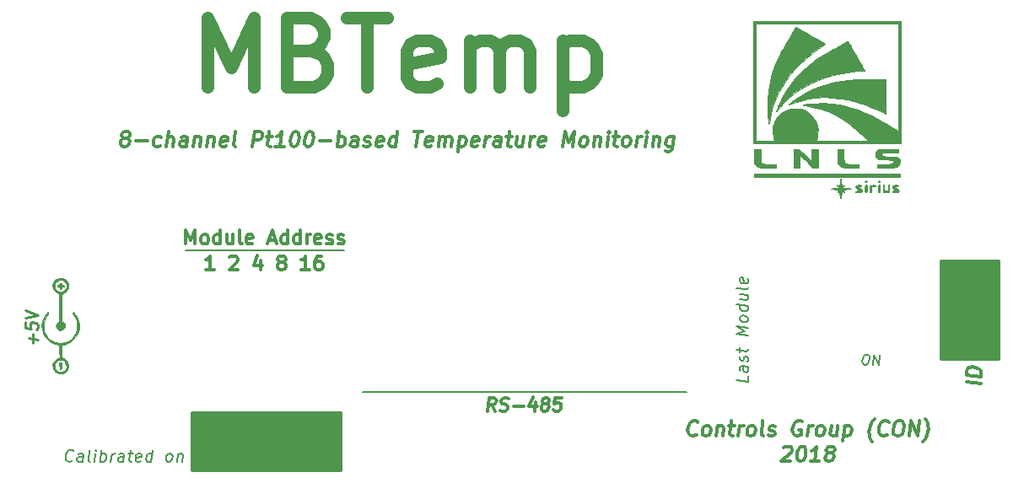
<source format=gbr>
G04 #@! TF.FileFunction,Legend,Top*
%FSLAX46Y46*%
G04 Gerber Fmt 4.6, Leading zero omitted, Abs format (unit mm)*
G04 Created by KiCad (PCBNEW 4.0.4+e1-6308~48~ubuntu15.10.1-stable) date Thu Jan 25 11:04:30 2018*
%MOMM*%
%LPD*%
G01*
G04 APERTURE LIST*
%ADD10C,0.100000*%
%ADD11C,0.200000*%
%ADD12C,0.300000*%
%ADD13C,0.250000*%
%ADD14C,1.300000*%
%ADD15C,0.010000*%
%ADD16C,0.254000*%
G04 APERTURE END LIST*
D10*
D11*
X123944964Y-103455221D02*
X124135441Y-103455221D01*
X124224727Y-103502840D01*
X124308060Y-103598078D01*
X124331870Y-103788554D01*
X124290203Y-104121888D01*
X124218775Y-104312364D01*
X124111632Y-104407602D01*
X124010441Y-104455221D01*
X123819964Y-104455221D01*
X123730679Y-104407602D01*
X123647346Y-104312364D01*
X123623536Y-104121888D01*
X123665203Y-103788554D01*
X123736631Y-103598078D01*
X123843774Y-103502840D01*
X123944964Y-103455221D01*
X124677107Y-104455221D02*
X124802107Y-103455221D01*
X125248536Y-104455221D01*
X125373536Y-103455221D01*
D12*
X135567811Y-106361661D02*
X134067811Y-106174161D01*
X135567811Y-105647375D02*
X134067811Y-105459875D01*
X134067811Y-105102732D01*
X134139240Y-104897376D01*
X134282097Y-104772375D01*
X134424954Y-104718804D01*
X134710669Y-104683090D01*
X134924954Y-104709875D01*
X135210669Y-104817019D01*
X135353526Y-104906304D01*
X135496383Y-105067019D01*
X135567811Y-105290232D01*
X135567811Y-105647375D01*
D13*
X40375194Y-102305211D02*
X40375194Y-101390925D01*
X40832337Y-101905211D02*
X39918051Y-101790925D01*
X39632337Y-100155211D02*
X39632337Y-100726640D01*
X40203766Y-100855212D01*
X40146623Y-100790926D01*
X40089480Y-100669497D01*
X40089480Y-100383783D01*
X40146623Y-100276640D01*
X40203766Y-100226640D01*
X40318051Y-100183782D01*
X40603766Y-100219497D01*
X40718051Y-100290925D01*
X40775194Y-100355211D01*
X40832337Y-100476640D01*
X40832337Y-100762354D01*
X40775194Y-100869497D01*
X40718051Y-100919497D01*
X39632337Y-99755211D02*
X40832337Y-99505211D01*
X39632337Y-98955211D01*
D12*
X49520037Y-81711029D02*
X49386108Y-81639600D01*
X49323609Y-81568171D01*
X49270037Y-81425314D01*
X49278965Y-81353886D01*
X49368251Y-81211029D01*
X49448608Y-81139600D01*
X49600395Y-81068171D01*
X49886109Y-81068171D01*
X50020037Y-81139600D01*
X50082537Y-81211029D01*
X50136108Y-81353886D01*
X50127180Y-81425314D01*
X50037895Y-81568171D01*
X49957537Y-81639600D01*
X49805751Y-81711029D01*
X49520037Y-81711029D01*
X49368251Y-81782457D01*
X49287894Y-81853886D01*
X49198608Y-81996743D01*
X49162894Y-82282457D01*
X49216466Y-82425314D01*
X49278965Y-82496743D01*
X49412895Y-82568171D01*
X49698609Y-82568171D01*
X49850394Y-82496743D01*
X49930752Y-82425314D01*
X50020037Y-82282457D01*
X50055751Y-81996743D01*
X50002180Y-81853886D01*
X49939680Y-81782457D01*
X49805751Y-81711029D01*
X50698608Y-81996743D02*
X51841465Y-81996743D01*
X53136108Y-82496743D02*
X52984323Y-82568171D01*
X52698609Y-82568171D01*
X52564679Y-82496743D01*
X52502180Y-82425314D01*
X52448608Y-82282457D01*
X52502179Y-81853886D01*
X52591465Y-81711029D01*
X52671822Y-81639600D01*
X52823609Y-81568171D01*
X53109323Y-81568171D01*
X53243251Y-81639600D01*
X53770037Y-82568171D02*
X53957537Y-81068171D01*
X54412894Y-82568171D02*
X54511108Y-81782457D01*
X54457536Y-81639600D01*
X54323608Y-81568171D01*
X54109323Y-81568171D01*
X53957536Y-81639600D01*
X53877179Y-81711029D01*
X55770037Y-82568171D02*
X55868251Y-81782457D01*
X55814679Y-81639600D01*
X55680751Y-81568171D01*
X55395037Y-81568171D01*
X55243251Y-81639600D01*
X55778965Y-82496743D02*
X55627180Y-82568171D01*
X55270037Y-82568171D01*
X55136108Y-82496743D01*
X55082536Y-82353886D01*
X55100393Y-82211029D01*
X55189680Y-82068171D01*
X55341465Y-81996743D01*
X55698608Y-81996743D01*
X55850394Y-81925314D01*
X56609323Y-81568171D02*
X56484323Y-82568171D01*
X56591465Y-81711029D02*
X56671822Y-81639600D01*
X56823609Y-81568171D01*
X57037894Y-81568171D01*
X57171822Y-81639600D01*
X57225394Y-81782457D01*
X57127180Y-82568171D01*
X57966466Y-81568171D02*
X57841466Y-82568171D01*
X57948608Y-81711029D02*
X58028965Y-81639600D01*
X58180752Y-81568171D01*
X58395037Y-81568171D01*
X58528965Y-81639600D01*
X58582537Y-81782457D01*
X58484323Y-82568171D01*
X59778965Y-82496743D02*
X59627180Y-82568171D01*
X59341466Y-82568171D01*
X59207537Y-82496743D01*
X59153965Y-82353886D01*
X59225394Y-81782457D01*
X59314680Y-81639600D01*
X59466466Y-81568171D01*
X59752180Y-81568171D01*
X59886108Y-81639600D01*
X59939680Y-81782457D01*
X59921823Y-81925314D01*
X59189680Y-82068171D01*
X60698609Y-82568171D02*
X60564679Y-82496743D01*
X60511108Y-82353886D01*
X60671823Y-81068171D01*
X62412894Y-82568171D02*
X62600394Y-81068171D01*
X63171822Y-81068171D01*
X63305751Y-81139600D01*
X63368250Y-81211029D01*
X63421822Y-81353886D01*
X63395037Y-81568171D01*
X63305750Y-81711029D01*
X63225394Y-81782457D01*
X63073607Y-81853886D01*
X62502179Y-81853886D01*
X63823608Y-81568171D02*
X64395037Y-81568171D01*
X64100394Y-81068171D02*
X63939679Y-82353886D01*
X63993250Y-82496743D01*
X64127180Y-82568171D01*
X64270037Y-82568171D01*
X65555751Y-82568171D02*
X64698608Y-82568171D01*
X65127180Y-82568171D02*
X65314680Y-81068171D01*
X65145037Y-81282457D01*
X64984322Y-81425314D01*
X64832536Y-81496743D01*
X66671822Y-81068171D02*
X66814679Y-81068171D01*
X66948607Y-81139600D01*
X67011107Y-81211029D01*
X67064679Y-81353886D01*
X67100393Y-81639600D01*
X67055750Y-81996743D01*
X66948608Y-82282457D01*
X66859322Y-82425314D01*
X66778964Y-82496743D01*
X66627179Y-82568171D01*
X66484322Y-82568171D01*
X66350393Y-82496743D01*
X66287893Y-82425314D01*
X66234322Y-82282457D01*
X66198607Y-81996743D01*
X66243250Y-81639600D01*
X66350393Y-81353886D01*
X66439678Y-81211029D01*
X66520036Y-81139600D01*
X66671822Y-81068171D01*
X68100393Y-81068171D02*
X68243250Y-81068171D01*
X68377178Y-81139600D01*
X68439678Y-81211029D01*
X68493250Y-81353886D01*
X68528964Y-81639600D01*
X68484321Y-81996743D01*
X68377179Y-82282457D01*
X68287893Y-82425314D01*
X68207535Y-82496743D01*
X68055750Y-82568171D01*
X67912893Y-82568171D01*
X67778964Y-82496743D01*
X67716464Y-82425314D01*
X67662893Y-82282457D01*
X67627178Y-81996743D01*
X67671821Y-81639600D01*
X67778964Y-81353886D01*
X67868249Y-81211029D01*
X67948607Y-81139600D01*
X68100393Y-81068171D01*
X69127178Y-81996743D02*
X70270035Y-81996743D01*
X70912893Y-82568171D02*
X71100393Y-81068171D01*
X71028964Y-81639600D02*
X71180750Y-81568171D01*
X71466464Y-81568171D01*
X71600392Y-81639600D01*
X71662892Y-81711029D01*
X71716464Y-81853886D01*
X71662893Y-82282457D01*
X71573607Y-82425314D01*
X71493249Y-82496743D01*
X71341464Y-82568171D01*
X71055750Y-82568171D01*
X70921821Y-82496743D01*
X72912893Y-82568171D02*
X73011107Y-81782457D01*
X72957535Y-81639600D01*
X72823607Y-81568171D01*
X72537893Y-81568171D01*
X72386107Y-81639600D01*
X72921821Y-82496743D02*
X72770036Y-82568171D01*
X72412893Y-82568171D01*
X72278964Y-82496743D01*
X72225392Y-82353886D01*
X72243249Y-82211029D01*
X72332536Y-82068171D01*
X72484321Y-81996743D01*
X72841464Y-81996743D01*
X72993250Y-81925314D01*
X73564678Y-82496743D02*
X73698607Y-82568171D01*
X73984322Y-82568171D01*
X74136107Y-82496743D01*
X74225392Y-82353886D01*
X74234321Y-82282457D01*
X74180750Y-82139600D01*
X74046822Y-82068171D01*
X73832536Y-82068171D01*
X73698607Y-81996743D01*
X73645035Y-81853886D01*
X73653964Y-81782457D01*
X73743250Y-81639600D01*
X73895036Y-81568171D01*
X74109322Y-81568171D01*
X74243250Y-81639600D01*
X75421821Y-82496743D02*
X75270036Y-82568171D01*
X74984322Y-82568171D01*
X74850393Y-82496743D01*
X74796821Y-82353886D01*
X74868250Y-81782457D01*
X74957536Y-81639600D01*
X75109322Y-81568171D01*
X75395036Y-81568171D01*
X75528964Y-81639600D01*
X75582536Y-81782457D01*
X75564679Y-81925314D01*
X74832536Y-82068171D01*
X76770036Y-82568171D02*
X76957536Y-81068171D01*
X76778964Y-82496743D02*
X76627179Y-82568171D01*
X76341465Y-82568171D01*
X76207535Y-82496743D01*
X76145036Y-82425314D01*
X76091464Y-82282457D01*
X76145035Y-81853886D01*
X76234321Y-81711029D01*
X76314678Y-81639600D01*
X76466465Y-81568171D01*
X76752179Y-81568171D01*
X76886107Y-81639600D01*
X78600393Y-81068171D02*
X79457536Y-81068171D01*
X78841465Y-82568171D02*
X79028965Y-81068171D01*
X80350392Y-82496743D02*
X80198607Y-82568171D01*
X79912893Y-82568171D01*
X79778964Y-82496743D01*
X79725392Y-82353886D01*
X79796821Y-81782457D01*
X79886107Y-81639600D01*
X80037893Y-81568171D01*
X80323607Y-81568171D01*
X80457535Y-81639600D01*
X80511107Y-81782457D01*
X80493250Y-81925314D01*
X79761107Y-82068171D01*
X81055750Y-82568171D02*
X81180750Y-81568171D01*
X81162892Y-81711029D02*
X81243249Y-81639600D01*
X81395036Y-81568171D01*
X81609321Y-81568171D01*
X81743249Y-81639600D01*
X81796821Y-81782457D01*
X81698607Y-82568171D01*
X81796821Y-81782457D02*
X81886107Y-81639600D01*
X82037893Y-81568171D01*
X82252178Y-81568171D01*
X82386107Y-81639600D01*
X82439678Y-81782457D01*
X82341464Y-82568171D01*
X83180750Y-81568171D02*
X82993250Y-83068171D01*
X83171821Y-81639600D02*
X83323607Y-81568171D01*
X83609321Y-81568171D01*
X83743249Y-81639600D01*
X83805749Y-81711029D01*
X83859321Y-81853886D01*
X83805750Y-82282457D01*
X83716464Y-82425314D01*
X83636106Y-82496743D01*
X83484321Y-82568171D01*
X83198607Y-82568171D01*
X83064678Y-82496743D01*
X84993249Y-82496743D02*
X84841464Y-82568171D01*
X84555750Y-82568171D01*
X84421821Y-82496743D01*
X84368249Y-82353886D01*
X84439678Y-81782457D01*
X84528964Y-81639600D01*
X84680750Y-81568171D01*
X84966464Y-81568171D01*
X85100392Y-81639600D01*
X85153964Y-81782457D01*
X85136107Y-81925314D01*
X84403964Y-82068171D01*
X85698607Y-82568171D02*
X85823607Y-81568171D01*
X85787892Y-81853886D02*
X85877177Y-81711029D01*
X85957535Y-81639600D01*
X86109321Y-81568171D01*
X86252178Y-81568171D01*
X87270035Y-82568171D02*
X87368249Y-81782457D01*
X87314677Y-81639600D01*
X87180749Y-81568171D01*
X86895035Y-81568171D01*
X86743249Y-81639600D01*
X87278963Y-82496743D02*
X87127178Y-82568171D01*
X86770035Y-82568171D01*
X86636106Y-82496743D01*
X86582534Y-82353886D01*
X86600391Y-82211029D01*
X86689678Y-82068171D01*
X86841463Y-81996743D01*
X87198606Y-81996743D01*
X87350392Y-81925314D01*
X87895035Y-81568171D02*
X88466464Y-81568171D01*
X88171821Y-81068171D02*
X88011106Y-82353886D01*
X88064677Y-82496743D01*
X88198607Y-82568171D01*
X88341464Y-82568171D01*
X89609321Y-81568171D02*
X89484321Y-82568171D01*
X88966464Y-81568171D02*
X88868249Y-82353886D01*
X88921820Y-82496743D01*
X89055750Y-82568171D01*
X89270035Y-82568171D01*
X89421820Y-82496743D01*
X89502178Y-82425314D01*
X90198607Y-82568171D02*
X90323607Y-81568171D01*
X90287892Y-81853886D02*
X90377177Y-81711029D01*
X90457535Y-81639600D01*
X90609321Y-81568171D01*
X90752178Y-81568171D01*
X91707534Y-82496743D02*
X91555749Y-82568171D01*
X91270035Y-82568171D01*
X91136106Y-82496743D01*
X91082534Y-82353886D01*
X91153963Y-81782457D01*
X91243249Y-81639600D01*
X91395035Y-81568171D01*
X91680749Y-81568171D01*
X91814677Y-81639600D01*
X91868249Y-81782457D01*
X91850392Y-81925314D01*
X91118249Y-82068171D01*
X93555749Y-82568171D02*
X93743249Y-81068171D01*
X94109320Y-82139600D01*
X94743249Y-81068171D01*
X94555749Y-82568171D01*
X95484321Y-82568171D02*
X95350391Y-82496743D01*
X95287892Y-82425314D01*
X95234320Y-82282457D01*
X95287891Y-81853886D01*
X95377177Y-81711029D01*
X95457534Y-81639600D01*
X95609321Y-81568171D01*
X95823606Y-81568171D01*
X95957534Y-81639600D01*
X96020034Y-81711029D01*
X96073606Y-81853886D01*
X96020035Y-82282457D01*
X95930749Y-82425314D01*
X95850391Y-82496743D01*
X95698606Y-82568171D01*
X95484321Y-82568171D01*
X96752178Y-81568171D02*
X96627178Y-82568171D01*
X96734320Y-81711029D02*
X96814677Y-81639600D01*
X96966464Y-81568171D01*
X97180749Y-81568171D01*
X97314677Y-81639600D01*
X97368249Y-81782457D01*
X97270035Y-82568171D01*
X97984321Y-82568171D02*
X98109321Y-81568171D01*
X98171821Y-81068171D02*
X98091463Y-81139600D01*
X98153963Y-81211029D01*
X98234320Y-81139600D01*
X98171821Y-81068171D01*
X98153963Y-81211029D01*
X98609321Y-81568171D02*
X99180750Y-81568171D01*
X98886107Y-81068171D02*
X98725392Y-82353886D01*
X98778963Y-82496743D01*
X98912893Y-82568171D01*
X99055750Y-82568171D01*
X99770036Y-82568171D02*
X99636106Y-82496743D01*
X99573607Y-82425314D01*
X99520035Y-82282457D01*
X99573606Y-81853886D01*
X99662892Y-81711029D01*
X99743249Y-81639600D01*
X99895036Y-81568171D01*
X100109321Y-81568171D01*
X100243249Y-81639600D01*
X100305749Y-81711029D01*
X100359321Y-81853886D01*
X100305750Y-82282457D01*
X100216464Y-82425314D01*
X100136106Y-82496743D01*
X99984321Y-82568171D01*
X99770036Y-82568171D01*
X100912893Y-82568171D02*
X101037893Y-81568171D01*
X101002178Y-81853886D02*
X101091463Y-81711029D01*
X101171821Y-81639600D01*
X101323607Y-81568171D01*
X101466464Y-81568171D01*
X101841464Y-82568171D02*
X101966464Y-81568171D01*
X102028964Y-81068171D02*
X101948606Y-81139600D01*
X102011106Y-81211029D01*
X102091463Y-81139600D01*
X102028964Y-81068171D01*
X102011106Y-81211029D01*
X102680750Y-81568171D02*
X102555750Y-82568171D01*
X102662892Y-81711029D02*
X102743249Y-81639600D01*
X102895036Y-81568171D01*
X103109321Y-81568171D01*
X103243249Y-81639600D01*
X103296821Y-81782457D01*
X103198607Y-82568171D01*
X104680750Y-81568171D02*
X104528964Y-82782457D01*
X104439678Y-82925314D01*
X104359321Y-82996743D01*
X104207536Y-83068171D01*
X103993250Y-83068171D01*
X103859321Y-82996743D01*
X104564678Y-82496743D02*
X104412893Y-82568171D01*
X104127179Y-82568171D01*
X103993249Y-82496743D01*
X103930750Y-82425314D01*
X103877178Y-82282457D01*
X103930749Y-81853886D01*
X104020035Y-81711029D01*
X104100392Y-81639600D01*
X104252179Y-81568171D01*
X104537893Y-81568171D01*
X104671821Y-81639600D01*
D14*
X57882668Y-76572667D02*
X57882668Y-69572667D01*
X60216001Y-74572667D01*
X62549334Y-69572667D01*
X62549334Y-76572667D01*
X68216001Y-72906000D02*
X69216001Y-73239333D01*
X69549334Y-73572667D01*
X69882668Y-74239333D01*
X69882668Y-75239333D01*
X69549334Y-75906000D01*
X69216001Y-76239333D01*
X68549334Y-76572667D01*
X65882668Y-76572667D01*
X65882668Y-69572667D01*
X68216001Y-69572667D01*
X68882668Y-69906000D01*
X69216001Y-70239333D01*
X69549334Y-70906000D01*
X69549334Y-71572667D01*
X69216001Y-72239333D01*
X68882668Y-72572667D01*
X68216001Y-72906000D01*
X65882668Y-72906000D01*
X71882668Y-69572667D02*
X75882668Y-69572667D01*
X73882668Y-76572667D02*
X73882668Y-69572667D01*
X80882667Y-76239333D02*
X80216001Y-76572667D01*
X78882667Y-76572667D01*
X78216001Y-76239333D01*
X77882667Y-75572667D01*
X77882667Y-72906000D01*
X78216001Y-72239333D01*
X78882667Y-71906000D01*
X80216001Y-71906000D01*
X80882667Y-72239333D01*
X81216001Y-72906000D01*
X81216001Y-73572667D01*
X77882667Y-74239333D01*
X84216001Y-76572667D02*
X84216001Y-71906000D01*
X84216001Y-72572667D02*
X84549334Y-72239333D01*
X85216001Y-71906000D01*
X86216001Y-71906000D01*
X86882667Y-72239333D01*
X87216001Y-72906000D01*
X87216001Y-76572667D01*
X87216001Y-72906000D02*
X87549334Y-72239333D01*
X88216001Y-71906000D01*
X89216001Y-71906000D01*
X89882667Y-72239333D01*
X90216001Y-72906000D01*
X90216001Y-76572667D01*
X93549334Y-71906000D02*
X93549334Y-78906000D01*
X93549334Y-72239333D02*
X94216000Y-71906000D01*
X95549334Y-71906000D01*
X96216000Y-72239333D01*
X96549334Y-72572667D01*
X96882667Y-73239333D01*
X96882667Y-75239333D01*
X96549334Y-75906000D01*
X96216000Y-76239333D01*
X95549334Y-76572667D01*
X94216000Y-76572667D01*
X93549334Y-76239333D01*
D11*
X55712360Y-92974160D02*
X71638160Y-92974160D01*
D12*
X55716839Y-92322253D02*
X55716839Y-90922253D01*
X56183506Y-91922253D01*
X56650173Y-90922253D01*
X56650173Y-92322253D01*
X57516839Y-92322253D02*
X57383506Y-92255587D01*
X57316839Y-92188920D01*
X57250173Y-92055587D01*
X57250173Y-91655587D01*
X57316839Y-91522253D01*
X57383506Y-91455587D01*
X57516839Y-91388920D01*
X57716839Y-91388920D01*
X57850173Y-91455587D01*
X57916839Y-91522253D01*
X57983506Y-91655587D01*
X57983506Y-92055587D01*
X57916839Y-92188920D01*
X57850173Y-92255587D01*
X57716839Y-92322253D01*
X57516839Y-92322253D01*
X59183506Y-92322253D02*
X59183506Y-90922253D01*
X59183506Y-92255587D02*
X59050173Y-92322253D01*
X58783506Y-92322253D01*
X58650173Y-92255587D01*
X58583506Y-92188920D01*
X58516840Y-92055587D01*
X58516840Y-91655587D01*
X58583506Y-91522253D01*
X58650173Y-91455587D01*
X58783506Y-91388920D01*
X59050173Y-91388920D01*
X59183506Y-91455587D01*
X60450173Y-91388920D02*
X60450173Y-92322253D01*
X59850173Y-91388920D02*
X59850173Y-92122253D01*
X59916840Y-92255587D01*
X60050173Y-92322253D01*
X60250173Y-92322253D01*
X60383507Y-92255587D01*
X60450173Y-92188920D01*
X61316840Y-92322253D02*
X61183507Y-92255587D01*
X61116840Y-92122253D01*
X61116840Y-90922253D01*
X62383507Y-92255587D02*
X62250173Y-92322253D01*
X61983507Y-92322253D01*
X61850173Y-92255587D01*
X61783507Y-92122253D01*
X61783507Y-91588920D01*
X61850173Y-91455587D01*
X61983507Y-91388920D01*
X62250173Y-91388920D01*
X62383507Y-91455587D01*
X62450173Y-91588920D01*
X62450173Y-91722253D01*
X61783507Y-91855587D01*
X64050174Y-91922253D02*
X64716840Y-91922253D01*
X63916840Y-92322253D02*
X64383507Y-90922253D01*
X64850174Y-92322253D01*
X65916840Y-92322253D02*
X65916840Y-90922253D01*
X65916840Y-92255587D02*
X65783507Y-92322253D01*
X65516840Y-92322253D01*
X65383507Y-92255587D01*
X65316840Y-92188920D01*
X65250174Y-92055587D01*
X65250174Y-91655587D01*
X65316840Y-91522253D01*
X65383507Y-91455587D01*
X65516840Y-91388920D01*
X65783507Y-91388920D01*
X65916840Y-91455587D01*
X67183507Y-92322253D02*
X67183507Y-90922253D01*
X67183507Y-92255587D02*
X67050174Y-92322253D01*
X66783507Y-92322253D01*
X66650174Y-92255587D01*
X66583507Y-92188920D01*
X66516841Y-92055587D01*
X66516841Y-91655587D01*
X66583507Y-91522253D01*
X66650174Y-91455587D01*
X66783507Y-91388920D01*
X67050174Y-91388920D01*
X67183507Y-91455587D01*
X67850174Y-92322253D02*
X67850174Y-91388920D01*
X67850174Y-91655587D02*
X67916841Y-91522253D01*
X67983508Y-91455587D01*
X68116841Y-91388920D01*
X68250174Y-91388920D01*
X69250175Y-92255587D02*
X69116841Y-92322253D01*
X68850175Y-92322253D01*
X68716841Y-92255587D01*
X68650175Y-92122253D01*
X68650175Y-91588920D01*
X68716841Y-91455587D01*
X68850175Y-91388920D01*
X69116841Y-91388920D01*
X69250175Y-91455587D01*
X69316841Y-91588920D01*
X69316841Y-91722253D01*
X68650175Y-91855587D01*
X69850175Y-92255587D02*
X69983508Y-92322253D01*
X70250175Y-92322253D01*
X70383508Y-92255587D01*
X70450175Y-92122253D01*
X70450175Y-92055587D01*
X70383508Y-91922253D01*
X70250175Y-91855587D01*
X70050175Y-91855587D01*
X69916841Y-91788920D01*
X69850175Y-91655587D01*
X69850175Y-91588920D01*
X69916841Y-91455587D01*
X70050175Y-91388920D01*
X70250175Y-91388920D01*
X70383508Y-91455587D01*
X70983508Y-92255587D02*
X71116841Y-92322253D01*
X71383508Y-92322253D01*
X71516841Y-92255587D01*
X71583508Y-92122253D01*
X71583508Y-92055587D01*
X71516841Y-91922253D01*
X71383508Y-91855587D01*
X71183508Y-91855587D01*
X71050174Y-91788920D01*
X70983508Y-91655587D01*
X70983508Y-91588920D01*
X71050174Y-91455587D01*
X71183508Y-91388920D01*
X71383508Y-91388920D01*
X71516841Y-91455587D01*
X58524774Y-94933373D02*
X57724774Y-94933373D01*
X58124774Y-94933373D02*
X58124774Y-93533373D01*
X57991440Y-93733373D01*
X57858107Y-93866707D01*
X57724774Y-93933373D01*
X60124774Y-93666707D02*
X60191440Y-93600040D01*
X60324774Y-93533373D01*
X60658107Y-93533373D01*
X60791440Y-93600040D01*
X60858107Y-93666707D01*
X60924774Y-93800040D01*
X60924774Y-93933373D01*
X60858107Y-94133373D01*
X60058107Y-94933373D01*
X60924774Y-94933373D01*
X63191440Y-94000040D02*
X63191440Y-94933373D01*
X62858107Y-93466707D02*
X62524774Y-94466707D01*
X63391440Y-94466707D01*
X65191440Y-94133373D02*
X65058107Y-94066707D01*
X64991440Y-94000040D01*
X64924774Y-93866707D01*
X64924774Y-93800040D01*
X64991440Y-93666707D01*
X65058107Y-93600040D01*
X65191440Y-93533373D01*
X65458107Y-93533373D01*
X65591440Y-93600040D01*
X65658107Y-93666707D01*
X65724774Y-93800040D01*
X65724774Y-93866707D01*
X65658107Y-94000040D01*
X65591440Y-94066707D01*
X65458107Y-94133373D01*
X65191440Y-94133373D01*
X65058107Y-94200040D01*
X64991440Y-94266707D01*
X64924774Y-94400040D01*
X64924774Y-94666707D01*
X64991440Y-94800040D01*
X65058107Y-94866707D01*
X65191440Y-94933373D01*
X65458107Y-94933373D01*
X65591440Y-94866707D01*
X65658107Y-94800040D01*
X65724774Y-94666707D01*
X65724774Y-94400040D01*
X65658107Y-94266707D01*
X65591440Y-94200040D01*
X65458107Y-94133373D01*
X68124774Y-94933373D02*
X67324774Y-94933373D01*
X67724774Y-94933373D02*
X67724774Y-93533373D01*
X67591440Y-93733373D01*
X67458107Y-93866707D01*
X67324774Y-93933373D01*
X69324773Y-93533373D02*
X69058107Y-93533373D01*
X68924773Y-93600040D01*
X68858107Y-93666707D01*
X68724773Y-93866707D01*
X68658107Y-94133373D01*
X68658107Y-94666707D01*
X68724773Y-94800040D01*
X68791440Y-94866707D01*
X68924773Y-94933373D01*
X69191440Y-94933373D01*
X69324773Y-94866707D01*
X69391440Y-94800040D01*
X69458107Y-94666707D01*
X69458107Y-94333373D01*
X69391440Y-94200040D01*
X69324773Y-94133373D01*
X69191440Y-94066707D01*
X68924773Y-94066707D01*
X68791440Y-94133373D01*
X68724773Y-94200040D01*
X68658107Y-94333373D01*
D11*
X73492360Y-107203240D02*
X105963720Y-107203240D01*
D12*
X86760717Y-109096895D02*
X86404765Y-108477848D01*
X86017860Y-109096895D02*
X86180360Y-107796895D01*
X86675598Y-107796895D01*
X86791669Y-107858800D01*
X86845836Y-107920705D01*
X86892265Y-108044514D01*
X86869050Y-108230229D01*
X86791669Y-108354038D01*
X86722026Y-108415943D01*
X86590479Y-108477848D01*
X86095241Y-108477848D01*
X87263693Y-109034990D02*
X87441669Y-109096895D01*
X87751193Y-109096895D01*
X87882741Y-109034990D01*
X87952383Y-108973086D01*
X88029765Y-108849276D01*
X88045241Y-108725467D01*
X87998812Y-108601657D01*
X87944646Y-108539752D01*
X87828574Y-108477848D01*
X87588693Y-108415943D01*
X87472622Y-108354038D01*
X87418455Y-108292133D01*
X87372027Y-108168324D01*
X87387503Y-108044514D01*
X87464884Y-107920705D01*
X87534527Y-107858800D01*
X87666074Y-107796895D01*
X87975598Y-107796895D01*
X88153574Y-107858800D01*
X88617860Y-108601657D02*
X89608336Y-108601657D01*
X90830955Y-108230229D02*
X90722622Y-109096895D01*
X90583336Y-107734990D02*
X90157741Y-108663562D01*
X90962503Y-108663562D01*
X91682145Y-108354038D02*
X91566074Y-108292133D01*
X91511907Y-108230229D01*
X91465479Y-108106419D01*
X91473217Y-108044514D01*
X91550598Y-107920705D01*
X91620241Y-107858800D01*
X91751788Y-107796895D01*
X91999407Y-107796895D01*
X92115479Y-107858800D01*
X92169645Y-107920705D01*
X92216074Y-108044514D01*
X92208336Y-108106419D01*
X92130954Y-108230229D01*
X92061312Y-108292133D01*
X91929764Y-108354038D01*
X91682145Y-108354038D01*
X91550598Y-108415943D01*
X91480955Y-108477848D01*
X91403574Y-108601657D01*
X91372622Y-108849276D01*
X91419050Y-108973086D01*
X91473217Y-109034990D01*
X91589288Y-109096895D01*
X91836907Y-109096895D01*
X91968455Y-109034990D01*
X92038097Y-108973086D01*
X92115479Y-108849276D01*
X92146431Y-108601657D01*
X92100002Y-108477848D01*
X92045836Y-108415943D01*
X91929764Y-108354038D01*
X93423216Y-107796895D02*
X92804169Y-107796895D01*
X92664883Y-108415943D01*
X92734526Y-108354038D01*
X92866073Y-108292133D01*
X93175597Y-108292133D01*
X93291669Y-108354038D01*
X93345835Y-108415943D01*
X93392264Y-108539752D01*
X93353574Y-108849276D01*
X93276192Y-108973086D01*
X93206550Y-109034990D01*
X93075002Y-109096895D01*
X92765478Y-109096895D01*
X92649407Y-109034990D01*
X92595240Y-108973086D01*
D11*
X44320242Y-114083411D02*
X44255956Y-114140554D01*
X44077384Y-114197697D01*
X43963098Y-114197697D01*
X43798813Y-114140554D01*
X43698812Y-114026269D01*
X43655955Y-113911983D01*
X43627384Y-113683411D01*
X43648812Y-113511983D01*
X43734527Y-113283411D01*
X43805955Y-113169126D01*
X43934527Y-113054840D01*
X44113098Y-112997697D01*
X44227384Y-112997697D01*
X44391670Y-113054840D01*
X44441670Y-113111983D01*
X45334527Y-114197697D02*
X45413098Y-113569126D01*
X45370241Y-113454840D01*
X45263098Y-113397697D01*
X45034527Y-113397697D01*
X44913098Y-113454840D01*
X45341670Y-114140554D02*
X45220241Y-114197697D01*
X44934527Y-114197697D01*
X44827384Y-114140554D01*
X44784526Y-114026269D01*
X44798812Y-113911983D01*
X44870241Y-113797697D01*
X44991670Y-113740554D01*
X45277384Y-113740554D01*
X45398813Y-113683411D01*
X46077384Y-114197697D02*
X45970241Y-114140554D01*
X45927383Y-114026269D01*
X46055955Y-112997697D01*
X46534526Y-114197697D02*
X46634526Y-113397697D01*
X46684526Y-112997697D02*
X46620240Y-113054840D01*
X46670240Y-113111983D01*
X46734526Y-113054840D01*
X46684526Y-112997697D01*
X46670240Y-113111983D01*
X47105955Y-114197697D02*
X47255955Y-112997697D01*
X47198812Y-113454840D02*
X47320241Y-113397697D01*
X47548812Y-113397697D01*
X47655955Y-113454840D01*
X47705955Y-113511983D01*
X47748812Y-113626269D01*
X47705955Y-113969126D01*
X47634527Y-114083411D01*
X47570241Y-114140554D01*
X47448812Y-114197697D01*
X47220241Y-114197697D01*
X47113098Y-114140554D01*
X48191669Y-114197697D02*
X48291669Y-113397697D01*
X48263097Y-113626269D02*
X48334526Y-113511983D01*
X48398812Y-113454840D01*
X48520241Y-113397697D01*
X48634526Y-113397697D01*
X49448812Y-114197697D02*
X49527383Y-113569126D01*
X49484526Y-113454840D01*
X49377383Y-113397697D01*
X49148812Y-113397697D01*
X49027383Y-113454840D01*
X49455955Y-114140554D02*
X49334526Y-114197697D01*
X49048812Y-114197697D01*
X48941669Y-114140554D01*
X48898811Y-114026269D01*
X48913097Y-113911983D01*
X48984526Y-113797697D01*
X49105955Y-113740554D01*
X49391669Y-113740554D01*
X49513098Y-113683411D01*
X49948812Y-113397697D02*
X50405955Y-113397697D01*
X50170240Y-112997697D02*
X50041668Y-114026269D01*
X50084526Y-114140554D01*
X50191669Y-114197697D01*
X50305955Y-114197697D01*
X51170240Y-114140554D02*
X51048811Y-114197697D01*
X50820240Y-114197697D01*
X50713097Y-114140554D01*
X50670239Y-114026269D01*
X50727382Y-113569126D01*
X50798811Y-113454840D01*
X50920240Y-113397697D01*
X51148811Y-113397697D01*
X51255954Y-113454840D01*
X51298811Y-113569126D01*
X51284526Y-113683411D01*
X50698811Y-113797697D01*
X52248811Y-114197697D02*
X52398811Y-112997697D01*
X52255954Y-114140554D02*
X52134525Y-114197697D01*
X51905954Y-114197697D01*
X51798811Y-114140554D01*
X51748811Y-114083411D01*
X51705953Y-113969126D01*
X51748810Y-113626269D01*
X51820239Y-113511983D01*
X51884525Y-113454840D01*
X52005954Y-113397697D01*
X52234525Y-113397697D01*
X52341668Y-113454840D01*
X53905954Y-114197697D02*
X53798811Y-114140554D01*
X53748811Y-114083411D01*
X53705953Y-113969126D01*
X53748810Y-113626269D01*
X53820239Y-113511983D01*
X53884525Y-113454840D01*
X54005954Y-113397697D01*
X54177382Y-113397697D01*
X54284525Y-113454840D01*
X54334525Y-113511983D01*
X54377382Y-113626269D01*
X54334525Y-113969126D01*
X54263097Y-114083411D01*
X54198811Y-114140554D01*
X54077382Y-114197697D01*
X53905954Y-114197697D01*
X54920239Y-113397697D02*
X54820239Y-114197697D01*
X54905953Y-113511983D02*
X54970239Y-113454840D01*
X55091668Y-113397697D01*
X55263096Y-113397697D01*
X55370239Y-113454840D01*
X55413096Y-113569126D01*
X55334525Y-114197697D01*
D12*
X106966065Y-111467754D02*
X106885707Y-111539183D01*
X106662493Y-111610611D01*
X106519636Y-111610611D01*
X106314279Y-111539183D01*
X106189278Y-111396326D01*
X106135707Y-111253469D01*
X106099993Y-110967754D01*
X106126778Y-110753469D01*
X106233922Y-110467754D01*
X106323207Y-110324897D01*
X106483922Y-110182040D01*
X106707136Y-110110611D01*
X106849993Y-110110611D01*
X107055350Y-110182040D01*
X107117850Y-110253469D01*
X107805351Y-111610611D02*
X107671421Y-111539183D01*
X107608922Y-111467754D01*
X107555350Y-111324897D01*
X107608921Y-110896326D01*
X107698207Y-110753469D01*
X107778564Y-110682040D01*
X107930351Y-110610611D01*
X108144636Y-110610611D01*
X108278564Y-110682040D01*
X108341064Y-110753469D01*
X108394636Y-110896326D01*
X108341065Y-111324897D01*
X108251779Y-111467754D01*
X108171421Y-111539183D01*
X108019636Y-111610611D01*
X107805351Y-111610611D01*
X109073208Y-110610611D02*
X108948208Y-111610611D01*
X109055350Y-110753469D02*
X109135707Y-110682040D01*
X109287494Y-110610611D01*
X109501779Y-110610611D01*
X109635707Y-110682040D01*
X109689279Y-110824897D01*
X109591065Y-111610611D01*
X110216065Y-110610611D02*
X110787494Y-110610611D01*
X110492851Y-110110611D02*
X110332136Y-111396326D01*
X110385707Y-111539183D01*
X110519637Y-111610611D01*
X110662494Y-111610611D01*
X111162494Y-111610611D02*
X111287494Y-110610611D01*
X111251779Y-110896326D02*
X111341064Y-110753469D01*
X111421422Y-110682040D01*
X111573208Y-110610611D01*
X111716065Y-110610611D01*
X112305351Y-111610611D02*
X112171421Y-111539183D01*
X112108922Y-111467754D01*
X112055350Y-111324897D01*
X112108921Y-110896326D01*
X112198207Y-110753469D01*
X112278564Y-110682040D01*
X112430351Y-110610611D01*
X112644636Y-110610611D01*
X112778564Y-110682040D01*
X112841064Y-110753469D01*
X112894636Y-110896326D01*
X112841065Y-111324897D01*
X112751779Y-111467754D01*
X112671421Y-111539183D01*
X112519636Y-111610611D01*
X112305351Y-111610611D01*
X113662494Y-111610611D02*
X113528564Y-111539183D01*
X113474993Y-111396326D01*
X113635708Y-110110611D01*
X114171421Y-111539183D02*
X114305350Y-111610611D01*
X114591065Y-111610611D01*
X114742850Y-111539183D01*
X114832135Y-111396326D01*
X114841064Y-111324897D01*
X114787493Y-111182040D01*
X114653565Y-111110611D01*
X114439279Y-111110611D01*
X114305350Y-111039183D01*
X114251778Y-110896326D01*
X114260707Y-110824897D01*
X114349993Y-110682040D01*
X114501779Y-110610611D01*
X114716065Y-110610611D01*
X114849993Y-110682040D01*
X117555350Y-110182040D02*
X117421422Y-110110611D01*
X117207136Y-110110611D01*
X116983922Y-110182040D01*
X116823207Y-110324897D01*
X116733922Y-110467754D01*
X116626778Y-110753469D01*
X116599993Y-110967754D01*
X116635707Y-111253469D01*
X116689278Y-111396326D01*
X116814279Y-111539183D01*
X117019636Y-111610611D01*
X117162493Y-111610611D01*
X117385707Y-111539183D01*
X117466065Y-111467754D01*
X117528565Y-110967754D01*
X117242850Y-110967754D01*
X118091065Y-111610611D02*
X118216065Y-110610611D01*
X118180350Y-110896326D02*
X118269635Y-110753469D01*
X118349993Y-110682040D01*
X118501779Y-110610611D01*
X118644636Y-110610611D01*
X119233922Y-111610611D02*
X119099992Y-111539183D01*
X119037493Y-111467754D01*
X118983921Y-111324897D01*
X119037492Y-110896326D01*
X119126778Y-110753469D01*
X119207135Y-110682040D01*
X119358922Y-110610611D01*
X119573207Y-110610611D01*
X119707135Y-110682040D01*
X119769635Y-110753469D01*
X119823207Y-110896326D01*
X119769636Y-111324897D01*
X119680350Y-111467754D01*
X119599992Y-111539183D01*
X119448207Y-111610611D01*
X119233922Y-111610611D01*
X121144636Y-110610611D02*
X121019636Y-111610611D01*
X120501779Y-110610611D02*
X120403564Y-111396326D01*
X120457135Y-111539183D01*
X120591065Y-111610611D01*
X120805350Y-111610611D01*
X120957135Y-111539183D01*
X121037493Y-111467754D01*
X121858922Y-110610611D02*
X121671422Y-112110611D01*
X121849993Y-110682040D02*
X122001779Y-110610611D01*
X122287493Y-110610611D01*
X122421421Y-110682040D01*
X122483921Y-110753469D01*
X122537493Y-110896326D01*
X122483922Y-111324897D01*
X122394636Y-111467754D01*
X122314278Y-111539183D01*
X122162493Y-111610611D01*
X121876779Y-111610611D01*
X121742850Y-111539183D01*
X124591064Y-112182040D02*
X124528565Y-112110611D01*
X124412493Y-111896326D01*
X124358921Y-111753469D01*
X124314278Y-111539183D01*
X124287493Y-111182040D01*
X124323207Y-110896326D01*
X124439278Y-110539183D01*
X124537493Y-110324897D01*
X124626779Y-110182040D01*
X124796422Y-109967754D01*
X124876778Y-109896326D01*
X126108922Y-111467754D02*
X126028564Y-111539183D01*
X125805350Y-111610611D01*
X125662493Y-111610611D01*
X125457136Y-111539183D01*
X125332135Y-111396326D01*
X125278564Y-111253469D01*
X125242850Y-110967754D01*
X125269635Y-110753469D01*
X125376779Y-110467754D01*
X125466064Y-110324897D01*
X125626779Y-110182040D01*
X125849993Y-110110611D01*
X125992850Y-110110611D01*
X126198207Y-110182040D01*
X126260707Y-110253469D01*
X127207136Y-110110611D02*
X127492850Y-110110611D01*
X127626779Y-110182040D01*
X127751779Y-110324897D01*
X127787493Y-110610611D01*
X127724993Y-111110611D01*
X127617850Y-111396326D01*
X127457136Y-111539183D01*
X127305350Y-111610611D01*
X127019636Y-111610611D01*
X126885707Y-111539183D01*
X126760707Y-111396326D01*
X126724993Y-111110611D01*
X126787493Y-110610611D01*
X126894636Y-110324897D01*
X127055350Y-110182040D01*
X127207136Y-110110611D01*
X128305351Y-111610611D02*
X128492851Y-110110611D01*
X129162494Y-111610611D01*
X129349994Y-110110611D01*
X129662494Y-112182040D02*
X129742851Y-112110611D01*
X129912493Y-111896326D01*
X130001779Y-111753469D01*
X130099994Y-111539183D01*
X130216065Y-111182040D01*
X130251779Y-110896326D01*
X130224994Y-110539183D01*
X130180351Y-110324897D01*
X130126779Y-110182040D01*
X130010708Y-109967754D01*
X129948208Y-109896326D01*
X115724993Y-112803469D02*
X115805351Y-112732040D01*
X115957137Y-112660611D01*
X116314280Y-112660611D01*
X116448208Y-112732040D01*
X116510708Y-112803469D01*
X116564279Y-112946326D01*
X116546422Y-113089183D01*
X116448208Y-113303469D01*
X115483923Y-114160611D01*
X116412494Y-114160611D01*
X117528565Y-112660611D02*
X117671422Y-112660611D01*
X117805350Y-112732040D01*
X117867850Y-112803469D01*
X117921422Y-112946326D01*
X117957136Y-113232040D01*
X117912493Y-113589183D01*
X117805351Y-113874897D01*
X117716065Y-114017754D01*
X117635707Y-114089183D01*
X117483922Y-114160611D01*
X117341065Y-114160611D01*
X117207136Y-114089183D01*
X117144636Y-114017754D01*
X117091065Y-113874897D01*
X117055350Y-113589183D01*
X117099993Y-113232040D01*
X117207136Y-112946326D01*
X117296421Y-112803469D01*
X117376779Y-112732040D01*
X117528565Y-112660611D01*
X119269636Y-114160611D02*
X118412493Y-114160611D01*
X118841065Y-114160611D02*
X119028565Y-112660611D01*
X118858922Y-112874897D01*
X118698207Y-113017754D01*
X118546421Y-113089183D01*
X120233921Y-113303469D02*
X120099992Y-113232040D01*
X120037493Y-113160611D01*
X119983921Y-113017754D01*
X119992849Y-112946326D01*
X120082135Y-112803469D01*
X120162492Y-112732040D01*
X120314279Y-112660611D01*
X120599993Y-112660611D01*
X120733921Y-112732040D01*
X120796421Y-112803469D01*
X120849992Y-112946326D01*
X120841064Y-113017754D01*
X120751779Y-113160611D01*
X120671421Y-113232040D01*
X120519635Y-113303469D01*
X120233921Y-113303469D01*
X120082135Y-113374897D01*
X120001778Y-113446326D01*
X119912492Y-113589183D01*
X119876778Y-113874897D01*
X119930350Y-114017754D01*
X119992849Y-114089183D01*
X120126779Y-114160611D01*
X120412493Y-114160611D01*
X120564278Y-114089183D01*
X120644636Y-114017754D01*
X120733921Y-113874897D01*
X120769635Y-113589183D01*
X120716064Y-113446326D01*
X120653564Y-113374897D01*
X120519635Y-113303469D01*
D11*
X112135217Y-105576976D02*
X112135217Y-106148405D01*
X110935217Y-105998405D01*
X112135217Y-104662690D02*
X111506646Y-104584119D01*
X111392360Y-104626976D01*
X111335217Y-104734119D01*
X111335217Y-104962690D01*
X111392360Y-105084119D01*
X112078074Y-104655547D02*
X112135217Y-104776976D01*
X112135217Y-105062690D01*
X112078074Y-105169833D01*
X111963789Y-105212691D01*
X111849503Y-105198405D01*
X111735217Y-105126976D01*
X111678074Y-105005547D01*
X111678074Y-104719833D01*
X111620931Y-104598404D01*
X112078074Y-104141262D02*
X112135217Y-104034119D01*
X112135217Y-103805547D01*
X112078074Y-103684119D01*
X111963789Y-103612691D01*
X111906646Y-103605548D01*
X111792360Y-103648405D01*
X111735217Y-103755547D01*
X111735217Y-103926976D01*
X111678074Y-104034119D01*
X111563789Y-104076977D01*
X111506646Y-104069834D01*
X111392360Y-103998405D01*
X111335217Y-103876976D01*
X111335217Y-103705547D01*
X111392360Y-103598405D01*
X111335217Y-103191261D02*
X111335217Y-102734118D01*
X110935217Y-102969833D02*
X111963789Y-103098405D01*
X112078074Y-103055547D01*
X112135217Y-102948404D01*
X112135217Y-102834118D01*
X112135217Y-101519833D02*
X110935217Y-101369833D01*
X111792360Y-101076976D01*
X110935217Y-100569833D01*
X112135217Y-100719833D01*
X112135217Y-99976975D02*
X112078074Y-100084118D01*
X112020931Y-100134118D01*
X111906646Y-100176976D01*
X111563789Y-100134119D01*
X111449503Y-100062690D01*
X111392360Y-99998404D01*
X111335217Y-99876975D01*
X111335217Y-99705547D01*
X111392360Y-99598404D01*
X111449503Y-99548404D01*
X111563789Y-99505547D01*
X111906646Y-99548404D01*
X112020931Y-99619832D01*
X112078074Y-99684118D01*
X112135217Y-99805547D01*
X112135217Y-99976975D01*
X112135217Y-98548404D02*
X110935217Y-98398404D01*
X112078074Y-98541261D02*
X112135217Y-98662690D01*
X112135217Y-98891261D01*
X112078074Y-98998404D01*
X112020931Y-99048404D01*
X111906646Y-99091262D01*
X111563789Y-99048405D01*
X111449503Y-98976976D01*
X111392360Y-98912690D01*
X111335217Y-98791261D01*
X111335217Y-98562690D01*
X111392360Y-98455547D01*
X111335217Y-97362690D02*
X112135217Y-97462690D01*
X111335217Y-97876976D02*
X111963789Y-97955548D01*
X112078074Y-97912690D01*
X112135217Y-97805547D01*
X112135217Y-97634119D01*
X112078074Y-97512690D01*
X112020931Y-97448404D01*
X112135217Y-96719833D02*
X112078074Y-96826976D01*
X111963789Y-96869834D01*
X110935217Y-96741262D01*
X112078074Y-95798405D02*
X112135217Y-95919834D01*
X112135217Y-96148405D01*
X112078074Y-96255548D01*
X111963789Y-96298406D01*
X111506646Y-96241263D01*
X111392360Y-96169834D01*
X111335217Y-96048405D01*
X111335217Y-95819834D01*
X111392360Y-95712691D01*
X111506646Y-95669834D01*
X111620931Y-95684119D01*
X111735217Y-96269834D01*
D15*
G36*
X121445327Y-85802395D02*
X121450977Y-85823088D01*
X121468900Y-85913807D01*
X121489037Y-86052723D01*
X121507096Y-86210152D01*
X121507463Y-86213857D01*
X121523704Y-86357752D01*
X121540244Y-86470688D01*
X121553777Y-86530475D01*
X121554981Y-86532923D01*
X121592557Y-86531559D01*
X121658843Y-86485441D01*
X121667624Y-86477410D01*
X121748211Y-86419016D01*
X121787172Y-86420880D01*
X121774789Y-86471914D01*
X121722271Y-86539753D01*
X121667603Y-86611199D01*
X121653519Y-86658678D01*
X121655746Y-86662101D01*
X121703087Y-86676056D01*
X121810217Y-86693352D01*
X121959001Y-86711342D01*
X122062952Y-86721568D01*
X122270912Y-86741313D01*
X122404056Y-86757046D01*
X122465526Y-86770252D01*
X122458467Y-86782410D01*
X122386021Y-86795005D01*
X122251332Y-86809517D01*
X122249809Y-86809665D01*
X122076143Y-86827039D01*
X121902050Y-86845364D01*
X121787300Y-86858149D01*
X121598329Y-86880164D01*
X121706297Y-86992859D01*
X121773277Y-87078692D01*
X121786094Y-87128423D01*
X121750767Y-87131212D01*
X121673312Y-87076221D01*
X121664521Y-87068105D01*
X121611620Y-87022508D01*
X121575451Y-87010449D01*
X121551116Y-87041753D01*
X121533717Y-87126245D01*
X121518357Y-87273749D01*
X121509513Y-87379055D01*
X121488020Y-87564587D01*
X121460145Y-87680332D01*
X121426931Y-87723425D01*
X121393459Y-87697930D01*
X121378881Y-87642002D01*
X121362538Y-87529741D01*
X121347437Y-87382822D01*
X121344179Y-87342832D01*
X121328271Y-87173815D01*
X121309592Y-87074562D01*
X121283892Y-87036698D01*
X121246920Y-87051848D01*
X121214271Y-87086830D01*
X121157861Y-87135954D01*
X121131332Y-87145446D01*
X121097947Y-87119823D01*
X121109689Y-87058416D01*
X121160398Y-86984412D01*
X121178925Y-86966223D01*
X121260809Y-86892118D01*
X121169155Y-86866369D01*
X121075334Y-86849747D01*
X120943902Y-86837441D01*
X120882117Y-86834473D01*
X120727228Y-86824125D01*
X120573905Y-86805583D01*
X120530425Y-86798115D01*
X120453395Y-86782068D01*
X120429494Y-86770748D01*
X120465782Y-86760681D01*
X120569316Y-86748392D01*
X120647655Y-86740415D01*
X120816929Y-86722785D01*
X120982547Y-86704532D01*
X121091657Y-86691672D01*
X121262121Y-86670418D01*
X121153122Y-86556647D01*
X121086424Y-86471319D01*
X121072167Y-86420492D01*
X121105021Y-86415383D01*
X121179656Y-86467211D01*
X121190764Y-86477410D01*
X121258636Y-86528102D01*
X121300565Y-86535560D01*
X121302712Y-86532923D01*
X121316024Y-86479817D01*
X121332560Y-86372865D01*
X121347481Y-86246676D01*
X121365456Y-86088564D01*
X121385004Y-85940471D01*
X121398250Y-85855907D01*
X121415447Y-85768492D01*
X121428161Y-85752509D01*
X121445327Y-85802395D01*
X121445327Y-85802395D01*
G37*
X121445327Y-85802395D02*
X121450977Y-85823088D01*
X121468900Y-85913807D01*
X121489037Y-86052723D01*
X121507096Y-86210152D01*
X121507463Y-86213857D01*
X121523704Y-86357752D01*
X121540244Y-86470688D01*
X121553777Y-86530475D01*
X121554981Y-86532923D01*
X121592557Y-86531559D01*
X121658843Y-86485441D01*
X121667624Y-86477410D01*
X121748211Y-86419016D01*
X121787172Y-86420880D01*
X121774789Y-86471914D01*
X121722271Y-86539753D01*
X121667603Y-86611199D01*
X121653519Y-86658678D01*
X121655746Y-86662101D01*
X121703087Y-86676056D01*
X121810217Y-86693352D01*
X121959001Y-86711342D01*
X122062952Y-86721568D01*
X122270912Y-86741313D01*
X122404056Y-86757046D01*
X122465526Y-86770252D01*
X122458467Y-86782410D01*
X122386021Y-86795005D01*
X122251332Y-86809517D01*
X122249809Y-86809665D01*
X122076143Y-86827039D01*
X121902050Y-86845364D01*
X121787300Y-86858149D01*
X121598329Y-86880164D01*
X121706297Y-86992859D01*
X121773277Y-87078692D01*
X121786094Y-87128423D01*
X121750767Y-87131212D01*
X121673312Y-87076221D01*
X121664521Y-87068105D01*
X121611620Y-87022508D01*
X121575451Y-87010449D01*
X121551116Y-87041753D01*
X121533717Y-87126245D01*
X121518357Y-87273749D01*
X121509513Y-87379055D01*
X121488020Y-87564587D01*
X121460145Y-87680332D01*
X121426931Y-87723425D01*
X121393459Y-87697930D01*
X121378881Y-87642002D01*
X121362538Y-87529741D01*
X121347437Y-87382822D01*
X121344179Y-87342832D01*
X121328271Y-87173815D01*
X121309592Y-87074562D01*
X121283892Y-87036698D01*
X121246920Y-87051848D01*
X121214271Y-87086830D01*
X121157861Y-87135954D01*
X121131332Y-87145446D01*
X121097947Y-87119823D01*
X121109689Y-87058416D01*
X121160398Y-86984412D01*
X121178925Y-86966223D01*
X121260809Y-86892118D01*
X121169155Y-86866369D01*
X121075334Y-86849747D01*
X120943902Y-86837441D01*
X120882117Y-86834473D01*
X120727228Y-86824125D01*
X120573905Y-86805583D01*
X120530425Y-86798115D01*
X120453395Y-86782068D01*
X120429494Y-86770748D01*
X120465782Y-86760681D01*
X120569316Y-86748392D01*
X120647655Y-86740415D01*
X120816929Y-86722785D01*
X120982547Y-86704532D01*
X121091657Y-86691672D01*
X121262121Y-86670418D01*
X121153122Y-86556647D01*
X121086424Y-86471319D01*
X121072167Y-86420492D01*
X121105021Y-86415383D01*
X121179656Y-86467211D01*
X121190764Y-86477410D01*
X121258636Y-86528102D01*
X121300565Y-86535560D01*
X121302712Y-86532923D01*
X121316024Y-86479817D01*
X121332560Y-86372865D01*
X121347481Y-86246676D01*
X121365456Y-86088564D01*
X121385004Y-85940471D01*
X121398250Y-85855907D01*
X121415447Y-85768492D01*
X121428161Y-85752509D01*
X121445327Y-85802395D01*
G36*
X123408509Y-86405574D02*
X123482815Y-86417048D01*
X123514050Y-86442964D01*
X123519809Y-86481138D01*
X123510866Y-86525536D01*
X123471911Y-86549141D01*
X123384754Y-86558298D01*
X123295117Y-86559505D01*
X123070425Y-86559719D01*
X123334194Y-86717978D01*
X123477573Y-86810137D01*
X123560853Y-86881001D01*
X123595317Y-86941093D01*
X123597963Y-86963949D01*
X123583355Y-87049941D01*
X123531305Y-87104864D01*
X123429476Y-87134625D01*
X123265531Y-87145131D01*
X123218917Y-87145446D01*
X123071485Y-87143501D01*
X122985774Y-87134673D01*
X122945386Y-87114469D01*
X122933924Y-87078397D01*
X122933655Y-87067292D01*
X122941922Y-87024312D01*
X122978427Y-87000639D01*
X123060732Y-86990616D01*
X123177886Y-86988607D01*
X123422117Y-86988077D01*
X123177886Y-86843315D01*
X123045718Y-86759751D01*
X122970406Y-86695632D01*
X122938124Y-86637052D01*
X122933655Y-86597660D01*
X122949183Y-86501187D01*
X123004151Y-86441388D01*
X123111141Y-86411060D01*
X123273625Y-86402984D01*
X123408509Y-86405574D01*
X123408509Y-86405574D01*
G37*
X123408509Y-86405574D02*
X123482815Y-86417048D01*
X123514050Y-86442964D01*
X123519809Y-86481138D01*
X123510866Y-86525536D01*
X123471911Y-86549141D01*
X123384754Y-86558298D01*
X123295117Y-86559505D01*
X123070425Y-86559719D01*
X123334194Y-86717978D01*
X123477573Y-86810137D01*
X123560853Y-86881001D01*
X123595317Y-86941093D01*
X123597963Y-86963949D01*
X123583355Y-87049941D01*
X123531305Y-87104864D01*
X123429476Y-87134625D01*
X123265531Y-87145131D01*
X123218917Y-87145446D01*
X123071485Y-87143501D01*
X122985774Y-87134673D01*
X122945386Y-87114469D01*
X122933924Y-87078397D01*
X122933655Y-87067292D01*
X122941922Y-87024312D01*
X122978427Y-87000639D01*
X123060732Y-86990616D01*
X123177886Y-86988607D01*
X123422117Y-86988077D01*
X123177886Y-86843315D01*
X123045718Y-86759751D01*
X122970406Y-86695632D01*
X122938124Y-86637052D01*
X122933655Y-86597660D01*
X122949183Y-86501187D01*
X123004151Y-86441388D01*
X123111141Y-86411060D01*
X123273625Y-86402984D01*
X123408509Y-86405574D01*
G36*
X124014451Y-86405562D02*
X124042994Y-86423055D01*
X124058675Y-86470104D01*
X124065347Y-86561346D01*
X124066861Y-86711421D01*
X124066886Y-86774215D01*
X124066208Y-86946193D01*
X124061604Y-87054656D01*
X124049223Y-87114244D01*
X124025212Y-87139596D01*
X123985718Y-87145352D01*
X123969194Y-87145446D01*
X123923936Y-87142868D01*
X123895393Y-87125374D01*
X123879712Y-87078326D01*
X123873041Y-86987084D01*
X123871526Y-86837009D01*
X123871501Y-86774215D01*
X123872180Y-86602237D01*
X123876783Y-86493774D01*
X123889164Y-86434186D01*
X123913176Y-86408833D01*
X123952669Y-86403078D01*
X123969194Y-86402984D01*
X124014451Y-86405562D01*
X124014451Y-86405562D01*
G37*
X124014451Y-86405562D02*
X124042994Y-86423055D01*
X124058675Y-86470104D01*
X124065347Y-86561346D01*
X124066861Y-86711421D01*
X124066886Y-86774215D01*
X124066208Y-86946193D01*
X124061604Y-87054656D01*
X124049223Y-87114244D01*
X124025212Y-87139596D01*
X123985718Y-87145352D01*
X123969194Y-87145446D01*
X123923936Y-87142868D01*
X123895393Y-87125374D01*
X123879712Y-87078326D01*
X123873041Y-86987084D01*
X123871526Y-86837009D01*
X123871501Y-86774215D01*
X123872180Y-86602237D01*
X123876783Y-86493774D01*
X123889164Y-86434186D01*
X123913176Y-86408833D01*
X123952669Y-86403078D01*
X123969194Y-86402984D01*
X124014451Y-86405562D01*
G36*
X124815278Y-86405574D02*
X124889585Y-86417048D01*
X124920819Y-86442964D01*
X124926578Y-86481138D01*
X124917250Y-86526303D01*
X124876916Y-86549831D01*
X124787056Y-86558458D01*
X124711655Y-86559292D01*
X124496732Y-86559292D01*
X124496732Y-86852369D01*
X124494886Y-87002215D01*
X124486469Y-87090136D01*
X124467162Y-87132328D01*
X124432647Y-87144986D01*
X124418578Y-87145446D01*
X124380211Y-87139132D01*
X124356947Y-87109888D01*
X124345063Y-87042260D01*
X124340836Y-86920796D01*
X124340425Y-86821107D01*
X124346323Y-86639962D01*
X124362940Y-86511526D01*
X124387317Y-86449876D01*
X124450843Y-86424308D01*
X124567740Y-86407491D01*
X124680394Y-86402984D01*
X124815278Y-86405574D01*
X124815278Y-86405574D01*
G37*
X124815278Y-86405574D02*
X124889585Y-86417048D01*
X124920819Y-86442964D01*
X124926578Y-86481138D01*
X124917250Y-86526303D01*
X124876916Y-86549831D01*
X124787056Y-86558458D01*
X124711655Y-86559292D01*
X124496732Y-86559292D01*
X124496732Y-86852369D01*
X124494886Y-87002215D01*
X124486469Y-87090136D01*
X124467162Y-87132328D01*
X124432647Y-87144986D01*
X124418578Y-87145446D01*
X124380211Y-87139132D01*
X124356947Y-87109888D01*
X124345063Y-87042260D01*
X124340836Y-86920796D01*
X124340425Y-86821107D01*
X124346323Y-86639962D01*
X124362940Y-86511526D01*
X124387317Y-86449876D01*
X124450843Y-86424308D01*
X124567740Y-86407491D01*
X124680394Y-86402984D01*
X124815278Y-86405574D01*
G36*
X125343066Y-86405562D02*
X125371609Y-86423055D01*
X125387291Y-86470104D01*
X125393962Y-86561346D01*
X125395477Y-86711421D01*
X125395501Y-86774215D01*
X125394823Y-86946193D01*
X125390219Y-87054656D01*
X125377838Y-87114244D01*
X125353827Y-87139596D01*
X125314334Y-87145352D01*
X125297809Y-87145446D01*
X125252552Y-87142868D01*
X125224009Y-87125374D01*
X125208328Y-87078326D01*
X125201656Y-86987084D01*
X125200142Y-86837009D01*
X125200117Y-86774215D01*
X125200795Y-86602237D01*
X125205399Y-86493774D01*
X125217780Y-86434186D01*
X125241791Y-86408833D01*
X125281284Y-86403078D01*
X125297809Y-86402984D01*
X125343066Y-86405562D01*
X125343066Y-86405562D01*
G37*
X125343066Y-86405562D02*
X125371609Y-86423055D01*
X125387291Y-86470104D01*
X125393962Y-86561346D01*
X125395477Y-86711421D01*
X125395501Y-86774215D01*
X125394823Y-86946193D01*
X125390219Y-87054656D01*
X125377838Y-87114244D01*
X125353827Y-87139596D01*
X125314334Y-87145352D01*
X125297809Y-87145446D01*
X125252552Y-87142868D01*
X125224009Y-87125374D01*
X125208328Y-87078326D01*
X125201656Y-86987084D01*
X125200142Y-86837009D01*
X125200117Y-86774215D01*
X125200795Y-86602237D01*
X125205399Y-86493774D01*
X125217780Y-86434186D01*
X125241791Y-86408833D01*
X125281284Y-86403078D01*
X125297809Y-86402984D01*
X125343066Y-86405562D01*
G36*
X126293561Y-86409298D02*
X126316825Y-86438542D01*
X126328709Y-86506170D01*
X126332936Y-86627633D01*
X126333348Y-86727323D01*
X126327449Y-86908468D01*
X126310832Y-87036904D01*
X126286455Y-87098553D01*
X126227363Y-87120701D01*
X126117560Y-87136459D01*
X125983148Y-87144908D01*
X125850229Y-87145126D01*
X125744903Y-87136196D01*
X125695091Y-87119394D01*
X125683432Y-87071006D01*
X125674469Y-86963889D01*
X125669563Y-86817456D01*
X125669040Y-86748164D01*
X125670392Y-86582917D01*
X125676716Y-86480802D01*
X125691407Y-86426811D01*
X125717864Y-86405936D01*
X125747194Y-86402984D01*
X125787153Y-86409906D01*
X125810598Y-86441470D01*
X125821850Y-86513871D01*
X125825225Y-86643305D01*
X125825348Y-86696061D01*
X125825348Y-86989138D01*
X126177040Y-86989138D01*
X126177040Y-86696061D01*
X126178886Y-86546214D01*
X126187303Y-86458293D01*
X126206610Y-86416102D01*
X126241126Y-86403444D01*
X126255194Y-86402984D01*
X126293561Y-86409298D01*
X126293561Y-86409298D01*
G37*
X126293561Y-86409298D02*
X126316825Y-86438542D01*
X126328709Y-86506170D01*
X126332936Y-86627633D01*
X126333348Y-86727323D01*
X126327449Y-86908468D01*
X126310832Y-87036904D01*
X126286455Y-87098553D01*
X126227363Y-87120701D01*
X126117560Y-87136459D01*
X125983148Y-87144908D01*
X125850229Y-87145126D01*
X125744903Y-87136196D01*
X125695091Y-87119394D01*
X125683432Y-87071006D01*
X125674469Y-86963889D01*
X125669563Y-86817456D01*
X125669040Y-86748164D01*
X125670392Y-86582917D01*
X125676716Y-86480802D01*
X125691407Y-86426811D01*
X125717864Y-86405936D01*
X125747194Y-86402984D01*
X125787153Y-86409906D01*
X125810598Y-86441470D01*
X125821850Y-86513871D01*
X125825225Y-86643305D01*
X125825348Y-86696061D01*
X125825348Y-86989138D01*
X126177040Y-86989138D01*
X126177040Y-86696061D01*
X126178886Y-86546214D01*
X126187303Y-86458293D01*
X126206610Y-86416102D01*
X126241126Y-86403444D01*
X126255194Y-86402984D01*
X126293561Y-86409298D01*
G36*
X127081740Y-86405574D02*
X127156046Y-86417048D01*
X127187280Y-86442964D01*
X127193040Y-86481138D01*
X127184097Y-86525536D01*
X127145142Y-86549141D01*
X127057985Y-86558298D01*
X126968348Y-86559505D01*
X126743655Y-86559719D01*
X127007425Y-86717978D01*
X127150804Y-86810137D01*
X127234084Y-86881001D01*
X127268548Y-86941093D01*
X127271194Y-86963949D01*
X127256585Y-87049941D01*
X127204535Y-87104864D01*
X127102707Y-87134625D01*
X126938762Y-87145131D01*
X126892148Y-87145446D01*
X126744716Y-87143501D01*
X126659004Y-87134673D01*
X126618616Y-87114469D01*
X126607155Y-87078397D01*
X126606886Y-87067292D01*
X126615152Y-87024312D01*
X126651658Y-87000639D01*
X126733963Y-86990616D01*
X126851117Y-86988607D01*
X127095348Y-86988077D01*
X126851117Y-86843315D01*
X126718949Y-86759751D01*
X126643637Y-86695632D01*
X126611355Y-86637052D01*
X126606886Y-86597660D01*
X126622413Y-86501187D01*
X126677382Y-86441388D01*
X126784372Y-86411060D01*
X126946855Y-86402984D01*
X127081740Y-86405574D01*
X127081740Y-86405574D01*
G37*
X127081740Y-86405574D02*
X127156046Y-86417048D01*
X127187280Y-86442964D01*
X127193040Y-86481138D01*
X127184097Y-86525536D01*
X127145142Y-86549141D01*
X127057985Y-86558298D01*
X126968348Y-86559505D01*
X126743655Y-86559719D01*
X127007425Y-86717978D01*
X127150804Y-86810137D01*
X127234084Y-86881001D01*
X127268548Y-86941093D01*
X127271194Y-86963949D01*
X127256585Y-87049941D01*
X127204535Y-87104864D01*
X127102707Y-87134625D01*
X126938762Y-87145131D01*
X126892148Y-87145446D01*
X126744716Y-87143501D01*
X126659004Y-87134673D01*
X126618616Y-87114469D01*
X126607155Y-87078397D01*
X126606886Y-87067292D01*
X126615152Y-87024312D01*
X126651658Y-87000639D01*
X126733963Y-86990616D01*
X126851117Y-86988607D01*
X127095348Y-86988077D01*
X126851117Y-86843315D01*
X126718949Y-86759751D01*
X126643637Y-86695632D01*
X126611355Y-86637052D01*
X126606886Y-86597660D01*
X126622413Y-86501187D01*
X126677382Y-86441388D01*
X126784372Y-86411060D01*
X126946855Y-86402984D01*
X127081740Y-86405574D01*
G36*
X121057963Y-86344369D02*
X121038425Y-86363907D01*
X121018886Y-86344369D01*
X121038425Y-86324830D01*
X121057963Y-86344369D01*
X121057963Y-86344369D01*
G37*
X121057963Y-86344369D02*
X121038425Y-86363907D01*
X121018886Y-86344369D01*
X121038425Y-86324830D01*
X121057963Y-86344369D01*
G36*
X124045800Y-85991455D02*
X124066886Y-86051292D01*
X124043990Y-86112577D01*
X123969194Y-86129446D01*
X123892587Y-86111129D01*
X123871501Y-86051292D01*
X123894398Y-85990006D01*
X123969194Y-85973138D01*
X124045800Y-85991455D01*
X124045800Y-85991455D01*
G37*
X124045800Y-85991455D02*
X124066886Y-86051292D01*
X124043990Y-86112577D01*
X123969194Y-86129446D01*
X123892587Y-86111129D01*
X123871501Y-86051292D01*
X123894398Y-85990006D01*
X123969194Y-85973138D01*
X124045800Y-85991455D01*
G36*
X125374416Y-85991455D02*
X125395501Y-86051292D01*
X125372605Y-86112577D01*
X125297809Y-86129446D01*
X125221202Y-86111129D01*
X125200117Y-86051292D01*
X125223013Y-85990006D01*
X125297809Y-85973138D01*
X125374416Y-85991455D01*
X125374416Y-85991455D01*
G37*
X125374416Y-85991455D02*
X125395501Y-86051292D01*
X125372605Y-86112577D01*
X125297809Y-86129446D01*
X125221202Y-86111129D01*
X125200117Y-86051292D01*
X125223013Y-85990006D01*
X125297809Y-85973138D01*
X125374416Y-85991455D01*
G36*
X127388425Y-85582369D02*
X112734578Y-85582369D01*
X112734578Y-85269753D01*
X127388425Y-85269753D01*
X127388425Y-85582369D01*
X127388425Y-85582369D01*
G37*
X127388425Y-85582369D02*
X112734578Y-85582369D01*
X112734578Y-85269753D01*
X127388425Y-85269753D01*
X127388425Y-85582369D01*
G36*
X113398886Y-83434914D02*
X113398615Y-83714833D01*
X113404188Y-83926266D01*
X113425184Y-84078793D01*
X113471182Y-84181994D01*
X113551763Y-84245448D01*
X113676505Y-84278735D01*
X113854988Y-84291433D01*
X114096792Y-84293123D01*
X114256802Y-84292830D01*
X114922886Y-84292830D01*
X114922886Y-84644523D01*
X114091012Y-84644523D01*
X113813145Y-84644082D01*
X113601430Y-84642061D01*
X113443870Y-84637411D01*
X113328464Y-84629083D01*
X113243214Y-84616030D01*
X113176121Y-84597202D01*
X113115185Y-84571552D01*
X113084781Y-84556600D01*
X112935559Y-84454641D01*
X112831108Y-84310970D01*
X112822501Y-84294320D01*
X112790267Y-84224845D01*
X112767006Y-84154652D01*
X112751270Y-84069754D01*
X112741614Y-83956170D01*
X112736591Y-83799915D01*
X112734755Y-83587005D01*
X112734578Y-83444396D01*
X112734578Y-82768830D01*
X113398886Y-82768830D01*
X113398886Y-83434914D01*
X113398886Y-83434914D01*
G37*
X113398886Y-83434914D02*
X113398615Y-83714833D01*
X113404188Y-83926266D01*
X113425184Y-84078793D01*
X113471182Y-84181994D01*
X113551763Y-84245448D01*
X113676505Y-84278735D01*
X113854988Y-84291433D01*
X114096792Y-84293123D01*
X114256802Y-84292830D01*
X114922886Y-84292830D01*
X114922886Y-84644523D01*
X114091012Y-84644523D01*
X113813145Y-84644082D01*
X113601430Y-84642061D01*
X113443870Y-84637411D01*
X113328464Y-84629083D01*
X113243214Y-84616030D01*
X113176121Y-84597202D01*
X113115185Y-84571552D01*
X113084781Y-84556600D01*
X112935559Y-84454641D01*
X112831108Y-84310970D01*
X112822501Y-84294320D01*
X112790267Y-84224845D01*
X112767006Y-84154652D01*
X112751270Y-84069754D01*
X112741614Y-83956170D01*
X112736591Y-83799915D01*
X112734755Y-83587005D01*
X112734578Y-83444396D01*
X112734578Y-82768830D01*
X113398886Y-82768830D01*
X113398886Y-83434914D01*
G36*
X119182271Y-84644523D02*
X118616518Y-84644523D01*
X117981087Y-84009967D01*
X117345655Y-83375411D01*
X117345655Y-84644523D01*
X116720425Y-84644523D01*
X116720425Y-82768830D01*
X116984194Y-82769716D01*
X117247963Y-82770603D01*
X118517963Y-83987427D01*
X118517963Y-82768830D01*
X119182271Y-82768830D01*
X119182271Y-84644523D01*
X119182271Y-84644523D01*
G37*
X119182271Y-84644523D02*
X118616518Y-84644523D01*
X117981087Y-84009967D01*
X117345655Y-83375411D01*
X117345655Y-84644523D01*
X116720425Y-84644523D01*
X116720425Y-82768830D01*
X116984194Y-82769716D01*
X117247963Y-82770603D01*
X118517963Y-83987427D01*
X118517963Y-82768830D01*
X119182271Y-82768830D01*
X119182271Y-84644523D01*
G36*
X121761348Y-83434914D02*
X121761707Y-83677749D01*
X121763838Y-83854973D01*
X121769319Y-83979131D01*
X121779729Y-84062767D01*
X121796647Y-84118423D01*
X121821652Y-84158644D01*
X121856324Y-84195974D01*
X121857264Y-84196914D01*
X121894676Y-84231831D01*
X121934686Y-84257044D01*
X121989838Y-84274134D01*
X122072675Y-84284678D01*
X122195742Y-84290256D01*
X122371581Y-84292447D01*
X122612736Y-84292830D01*
X123285348Y-84292830D01*
X123285348Y-84644523D01*
X122453474Y-84644523D01*
X122175606Y-84644082D01*
X121963892Y-84642061D01*
X121806331Y-84637411D01*
X121690926Y-84629083D01*
X121605676Y-84616030D01*
X121538582Y-84597202D01*
X121477647Y-84571552D01*
X121447243Y-84556600D01*
X121298021Y-84454641D01*
X121193569Y-84310970D01*
X121184963Y-84294320D01*
X121152729Y-84224845D01*
X121129467Y-84154652D01*
X121113732Y-84069754D01*
X121104076Y-83956170D01*
X121099053Y-83799915D01*
X121097216Y-83587005D01*
X121097040Y-83444396D01*
X121097040Y-82768830D01*
X121761348Y-82768830D01*
X121761348Y-83434914D01*
X121761348Y-83434914D01*
G37*
X121761348Y-83434914D02*
X121761707Y-83677749D01*
X121763838Y-83854973D01*
X121769319Y-83979131D01*
X121779729Y-84062767D01*
X121796647Y-84118423D01*
X121821652Y-84158644D01*
X121856324Y-84195974D01*
X121857264Y-84196914D01*
X121894676Y-84231831D01*
X121934686Y-84257044D01*
X121989838Y-84274134D01*
X122072675Y-84284678D01*
X122195742Y-84290256D01*
X122371581Y-84292447D01*
X122612736Y-84292830D01*
X123285348Y-84292830D01*
X123285348Y-84644523D01*
X122453474Y-84644523D01*
X122175606Y-84644082D01*
X121963892Y-84642061D01*
X121806331Y-84637411D01*
X121690926Y-84629083D01*
X121605676Y-84616030D01*
X121538582Y-84597202D01*
X121477647Y-84571552D01*
X121447243Y-84556600D01*
X121298021Y-84454641D01*
X121193569Y-84310970D01*
X121184963Y-84294320D01*
X121152729Y-84224845D01*
X121129467Y-84154652D01*
X121113732Y-84069754D01*
X121104076Y-83956170D01*
X121099053Y-83799915D01*
X121097216Y-83587005D01*
X121097040Y-83444396D01*
X121097040Y-82768830D01*
X121761348Y-82768830D01*
X121761348Y-83434914D01*
G36*
X127232117Y-83120523D02*
X125670842Y-83120523D01*
X125608548Y-83215594D01*
X125573482Y-83326962D01*
X125610365Y-83428332D01*
X125713127Y-83505141D01*
X125732575Y-83513162D01*
X125805225Y-83526272D01*
X125939483Y-83537378D01*
X126118810Y-83545586D01*
X126326669Y-83550003D01*
X126423815Y-83550515D01*
X126657378Y-83551618D01*
X126827170Y-83555841D01*
X126947557Y-83564754D01*
X127032904Y-83579929D01*
X127097580Y-83602935D01*
X127146545Y-83629524D01*
X127278920Y-83752642D01*
X127359589Y-83916598D01*
X127384162Y-84100028D01*
X127348248Y-84281567D01*
X127299722Y-84374975D01*
X127242625Y-84454031D01*
X127182702Y-84515954D01*
X127110009Y-84562824D01*
X127014601Y-84596721D01*
X126886533Y-84619722D01*
X126715863Y-84633909D01*
X126492644Y-84641360D01*
X126206933Y-84644155D01*
X126010963Y-84644462D01*
X125082886Y-84644523D01*
X125082886Y-84292830D01*
X125838830Y-84292830D01*
X126102561Y-84292221D01*
X126299226Y-84289750D01*
X126439906Y-84284452D01*
X126535683Y-84275362D01*
X126597639Y-84261515D01*
X126636856Y-84241947D01*
X126659445Y-84221369D01*
X126717548Y-84111433D01*
X126705141Y-84002554D01*
X126637268Y-83923815D01*
X126587770Y-83899708D01*
X126511102Y-83882615D01*
X126395251Y-83871501D01*
X126228201Y-83865328D01*
X125997939Y-83863062D01*
X125931943Y-83862984D01*
X125660067Y-83860582D01*
X125454063Y-83851220D01*
X125301739Y-83831669D01*
X125190902Y-83798697D01*
X125109358Y-83749073D01*
X125044916Y-83679566D01*
X125003150Y-83616856D01*
X124941747Y-83451872D01*
X124930144Y-83262859D01*
X124968506Y-83084376D01*
X125000265Y-83019703D01*
X125049911Y-82946756D01*
X125105981Y-82889415D01*
X125178021Y-82845821D01*
X125275580Y-82814118D01*
X125408206Y-82792450D01*
X125585446Y-82778960D01*
X125816848Y-82771792D01*
X126111961Y-82769088D01*
X126290407Y-82768830D01*
X127232117Y-82768830D01*
X127232117Y-83120523D01*
X127232117Y-83120523D01*
G37*
X127232117Y-83120523D02*
X125670842Y-83120523D01*
X125608548Y-83215594D01*
X125573482Y-83326962D01*
X125610365Y-83428332D01*
X125713127Y-83505141D01*
X125732575Y-83513162D01*
X125805225Y-83526272D01*
X125939483Y-83537378D01*
X126118810Y-83545586D01*
X126326669Y-83550003D01*
X126423815Y-83550515D01*
X126657378Y-83551618D01*
X126827170Y-83555841D01*
X126947557Y-83564754D01*
X127032904Y-83579929D01*
X127097580Y-83602935D01*
X127146545Y-83629524D01*
X127278920Y-83752642D01*
X127359589Y-83916598D01*
X127384162Y-84100028D01*
X127348248Y-84281567D01*
X127299722Y-84374975D01*
X127242625Y-84454031D01*
X127182702Y-84515954D01*
X127110009Y-84562824D01*
X127014601Y-84596721D01*
X126886533Y-84619722D01*
X126715863Y-84633909D01*
X126492644Y-84641360D01*
X126206933Y-84644155D01*
X126010963Y-84644462D01*
X125082886Y-84644523D01*
X125082886Y-84292830D01*
X125838830Y-84292830D01*
X126102561Y-84292221D01*
X126299226Y-84289750D01*
X126439906Y-84284452D01*
X126535683Y-84275362D01*
X126597639Y-84261515D01*
X126636856Y-84241947D01*
X126659445Y-84221369D01*
X126717548Y-84111433D01*
X126705141Y-84002554D01*
X126637268Y-83923815D01*
X126587770Y-83899708D01*
X126511102Y-83882615D01*
X126395251Y-83871501D01*
X126228201Y-83865328D01*
X125997939Y-83863062D01*
X125931943Y-83862984D01*
X125660067Y-83860582D01*
X125454063Y-83851220D01*
X125301739Y-83831669D01*
X125190902Y-83798697D01*
X125109358Y-83749073D01*
X125044916Y-83679566D01*
X125003150Y-83616856D01*
X124941747Y-83451872D01*
X124930144Y-83262859D01*
X124968506Y-83084376D01*
X125000265Y-83019703D01*
X125049911Y-82946756D01*
X125105981Y-82889415D01*
X125178021Y-82845821D01*
X125275580Y-82814118D01*
X125408206Y-82792450D01*
X125585446Y-82778960D01*
X125816848Y-82771792D01*
X126111961Y-82769088D01*
X126290407Y-82768830D01*
X127232117Y-82768830D01*
X127232117Y-83120523D01*
G36*
X127486117Y-82241292D02*
X120070083Y-82251162D01*
X119144167Y-82252303D01*
X118293594Y-82253149D01*
X117515555Y-82253686D01*
X116807241Y-82253898D01*
X116165840Y-82253770D01*
X115588544Y-82253289D01*
X115072544Y-82252439D01*
X114615028Y-82251205D01*
X114213187Y-82249573D01*
X113864213Y-82247528D01*
X113565294Y-82245055D01*
X113313621Y-82242139D01*
X113106385Y-82238766D01*
X112940775Y-82234920D01*
X112813982Y-82230588D01*
X112723197Y-82225754D01*
X112665609Y-82220403D01*
X112638408Y-82214521D01*
X112635432Y-82212085D01*
X112633408Y-82168151D01*
X112631572Y-82050291D01*
X112629929Y-81862730D01*
X112628485Y-81609696D01*
X112627246Y-81295415D01*
X112626218Y-80924113D01*
X112625407Y-80500019D01*
X112624818Y-80027357D01*
X112624458Y-79510356D01*
X112624332Y-78953242D01*
X112624447Y-78360240D01*
X112624807Y-77735579D01*
X112625420Y-77083485D01*
X112626291Y-76408184D01*
X112626850Y-76047600D01*
X112636469Y-70186061D01*
X112890886Y-70186061D01*
X112890886Y-81987292D01*
X113848271Y-81987292D01*
X114112501Y-81986858D01*
X114348794Y-81985639D01*
X114546581Y-81983758D01*
X114695291Y-81981337D01*
X114784357Y-81978500D01*
X114805655Y-81976168D01*
X114793329Y-81936664D01*
X114761166Y-81844561D01*
X114720539Y-81731937D01*
X114656774Y-81488454D01*
X114620449Y-81200209D01*
X114612295Y-80895888D01*
X114633043Y-80604177D01*
X114683424Y-80353763D01*
X114685261Y-80347649D01*
X114841555Y-79959698D01*
X115058220Y-79613441D01*
X115327707Y-79314574D01*
X115642466Y-79068795D01*
X115994948Y-78881800D01*
X116377603Y-78759285D01*
X116782882Y-78706948D01*
X116861629Y-78705408D01*
X117176218Y-78720354D01*
X117452361Y-78771844D01*
X117724297Y-78867703D01*
X117873194Y-78936589D01*
X118236655Y-79156815D01*
X118545333Y-79428701D01*
X118795362Y-79745126D01*
X118982881Y-80098970D01*
X119104024Y-80483111D01*
X119154928Y-80890429D01*
X119137922Y-81267516D01*
X119108319Y-81447482D01*
X119066822Y-81628774D01*
X119024434Y-81766257D01*
X118982357Y-81878569D01*
X118954532Y-81955925D01*
X118947829Y-81977523D01*
X118985834Y-81979185D01*
X119095586Y-81980759D01*
X119270677Y-81982219D01*
X119504699Y-81983542D01*
X119791245Y-81984704D01*
X120123907Y-81985680D01*
X120496277Y-81986447D01*
X120901949Y-81986981D01*
X121334515Y-81987258D01*
X121552823Y-81987292D01*
X124157837Y-81987292D01*
X123672746Y-81495358D01*
X122992518Y-80850627D01*
X122297789Y-80281952D01*
X121586645Y-79788257D01*
X120857172Y-79368464D01*
X120107457Y-79021497D01*
X119335585Y-78746277D01*
X118539643Y-78541728D01*
X118361655Y-78506206D01*
X118143355Y-78464216D01*
X117949477Y-78425759D01*
X117794143Y-78393728D01*
X117691477Y-78371018D01*
X117658271Y-78362126D01*
X117656058Y-78344826D01*
X117723087Y-78323430D01*
X117850627Y-78299175D01*
X118029949Y-78273296D01*
X118252321Y-78247031D01*
X118509014Y-78221616D01*
X118791297Y-78198286D01*
X118841084Y-78194625D01*
X119688604Y-78171711D01*
X120547594Y-78223125D01*
X121411030Y-78347256D01*
X122271890Y-78542498D01*
X123123150Y-78807243D01*
X123957788Y-79139881D01*
X124768780Y-79538806D01*
X124810405Y-79561460D01*
X124981081Y-79656171D01*
X125203548Y-79781684D01*
X125462268Y-79929117D01*
X125741702Y-80089586D01*
X126026314Y-80254209D01*
X126243472Y-80380699D01*
X126489157Y-80523852D01*
X126712611Y-80653184D01*
X126905037Y-80763674D01*
X127057638Y-80850299D01*
X127161616Y-80908038D01*
X127208176Y-80931869D01*
X127209568Y-80932215D01*
X127212260Y-80893882D01*
X127214859Y-80781856D01*
X127217348Y-80600600D01*
X127219709Y-80354574D01*
X127221921Y-80048242D01*
X127223967Y-79686063D01*
X127225828Y-79272499D01*
X127227484Y-78812013D01*
X127228918Y-78309066D01*
X127230111Y-77768119D01*
X127231044Y-77193633D01*
X127231697Y-76590072D01*
X127232054Y-75961895D01*
X127232117Y-75559138D01*
X127232117Y-70186061D01*
X112890886Y-70186061D01*
X112636469Y-70186061D01*
X112636886Y-69932061D01*
X127486117Y-69932061D01*
X127486117Y-82241292D01*
X127486117Y-82241292D01*
G37*
X127486117Y-82241292D02*
X120070083Y-82251162D01*
X119144167Y-82252303D01*
X118293594Y-82253149D01*
X117515555Y-82253686D01*
X116807241Y-82253898D01*
X116165840Y-82253770D01*
X115588544Y-82253289D01*
X115072544Y-82252439D01*
X114615028Y-82251205D01*
X114213187Y-82249573D01*
X113864213Y-82247528D01*
X113565294Y-82245055D01*
X113313621Y-82242139D01*
X113106385Y-82238766D01*
X112940775Y-82234920D01*
X112813982Y-82230588D01*
X112723197Y-82225754D01*
X112665609Y-82220403D01*
X112638408Y-82214521D01*
X112635432Y-82212085D01*
X112633408Y-82168151D01*
X112631572Y-82050291D01*
X112629929Y-81862730D01*
X112628485Y-81609696D01*
X112627246Y-81295415D01*
X112626218Y-80924113D01*
X112625407Y-80500019D01*
X112624818Y-80027357D01*
X112624458Y-79510356D01*
X112624332Y-78953242D01*
X112624447Y-78360240D01*
X112624807Y-77735579D01*
X112625420Y-77083485D01*
X112626291Y-76408184D01*
X112626850Y-76047600D01*
X112636469Y-70186061D01*
X112890886Y-70186061D01*
X112890886Y-81987292D01*
X113848271Y-81987292D01*
X114112501Y-81986858D01*
X114348794Y-81985639D01*
X114546581Y-81983758D01*
X114695291Y-81981337D01*
X114784357Y-81978500D01*
X114805655Y-81976168D01*
X114793329Y-81936664D01*
X114761166Y-81844561D01*
X114720539Y-81731937D01*
X114656774Y-81488454D01*
X114620449Y-81200209D01*
X114612295Y-80895888D01*
X114633043Y-80604177D01*
X114683424Y-80353763D01*
X114685261Y-80347649D01*
X114841555Y-79959698D01*
X115058220Y-79613441D01*
X115327707Y-79314574D01*
X115642466Y-79068795D01*
X115994948Y-78881800D01*
X116377603Y-78759285D01*
X116782882Y-78706948D01*
X116861629Y-78705408D01*
X117176218Y-78720354D01*
X117452361Y-78771844D01*
X117724297Y-78867703D01*
X117873194Y-78936589D01*
X118236655Y-79156815D01*
X118545333Y-79428701D01*
X118795362Y-79745126D01*
X118982881Y-80098970D01*
X119104024Y-80483111D01*
X119154928Y-80890429D01*
X119137922Y-81267516D01*
X119108319Y-81447482D01*
X119066822Y-81628774D01*
X119024434Y-81766257D01*
X118982357Y-81878569D01*
X118954532Y-81955925D01*
X118947829Y-81977523D01*
X118985834Y-81979185D01*
X119095586Y-81980759D01*
X119270677Y-81982219D01*
X119504699Y-81983542D01*
X119791245Y-81984704D01*
X120123907Y-81985680D01*
X120496277Y-81986447D01*
X120901949Y-81986981D01*
X121334515Y-81987258D01*
X121552823Y-81987292D01*
X124157837Y-81987292D01*
X123672746Y-81495358D01*
X122992518Y-80850627D01*
X122297789Y-80281952D01*
X121586645Y-79788257D01*
X120857172Y-79368464D01*
X120107457Y-79021497D01*
X119335585Y-78746277D01*
X118539643Y-78541728D01*
X118361655Y-78506206D01*
X118143355Y-78464216D01*
X117949477Y-78425759D01*
X117794143Y-78393728D01*
X117691477Y-78371018D01*
X117658271Y-78362126D01*
X117656058Y-78344826D01*
X117723087Y-78323430D01*
X117850627Y-78299175D01*
X118029949Y-78273296D01*
X118252321Y-78247031D01*
X118509014Y-78221616D01*
X118791297Y-78198286D01*
X118841084Y-78194625D01*
X119688604Y-78171711D01*
X120547594Y-78223125D01*
X121411030Y-78347256D01*
X122271890Y-78542498D01*
X123123150Y-78807243D01*
X123957788Y-79139881D01*
X124768780Y-79538806D01*
X124810405Y-79561460D01*
X124981081Y-79656171D01*
X125203548Y-79781684D01*
X125462268Y-79929117D01*
X125741702Y-80089586D01*
X126026314Y-80254209D01*
X126243472Y-80380699D01*
X126489157Y-80523852D01*
X126712611Y-80653184D01*
X126905037Y-80763674D01*
X127057638Y-80850299D01*
X127161616Y-80908038D01*
X127208176Y-80931869D01*
X127209568Y-80932215D01*
X127212260Y-80893882D01*
X127214859Y-80781856D01*
X127217348Y-80600600D01*
X127219709Y-80354574D01*
X127221921Y-80048242D01*
X127223967Y-79686063D01*
X127225828Y-79272499D01*
X127227484Y-78812013D01*
X127228918Y-78309066D01*
X127230111Y-77768119D01*
X127231044Y-77193633D01*
X127231697Y-76590072D01*
X127232054Y-75961895D01*
X127232117Y-75559138D01*
X127232117Y-70186061D01*
X112890886Y-70186061D01*
X112636469Y-70186061D01*
X112636886Y-69932061D01*
X127486117Y-69932061D01*
X127486117Y-82241292D01*
G36*
X117051193Y-70574397D02*
X117122773Y-70616602D01*
X117252103Y-70691768D01*
X117429074Y-70794091D01*
X117643575Y-70917764D01*
X117885497Y-71056980D01*
X118144729Y-71205935D01*
X118411162Y-71358821D01*
X118674686Y-71509833D01*
X118925190Y-71653165D01*
X119152565Y-71783009D01*
X119346701Y-71893560D01*
X119465512Y-71960944D01*
X119625937Y-72053522D01*
X119758106Y-72133284D01*
X119848953Y-72192093D01*
X119885411Y-72221808D01*
X119885589Y-72222606D01*
X119855142Y-72252342D01*
X119771811Y-72316573D01*
X119647690Y-72406368D01*
X119494873Y-72512794D01*
X119465578Y-72532804D01*
X118694571Y-73084827D01*
X117996918Y-73641917D01*
X117367819Y-74209216D01*
X116802475Y-74791868D01*
X116296086Y-75395017D01*
X115843852Y-76023804D01*
X115440974Y-76683375D01*
X115237426Y-77063600D01*
X115022166Y-77506450D01*
X114842830Y-77925858D01*
X114691980Y-78343724D01*
X114562179Y-78781947D01*
X114445988Y-79262426D01*
X114375484Y-79601468D01*
X114321180Y-79870054D01*
X114278987Y-80063842D01*
X114248303Y-80185145D01*
X114228527Y-80236277D01*
X114219057Y-80219552D01*
X114218262Y-80206035D01*
X114212367Y-80154275D01*
X114197474Y-80043536D01*
X114176097Y-79892141D01*
X114159745Y-79779446D01*
X114138104Y-79600180D01*
X114116783Y-79367634D01*
X114097710Y-79106665D01*
X114082816Y-78842130D01*
X114077836Y-78724369D01*
X114083515Y-77826529D01*
X114166999Y-76931795D01*
X114327958Y-76041459D01*
X114566064Y-75156816D01*
X114880987Y-74279159D01*
X115272400Y-73409781D01*
X115573805Y-72838771D01*
X115671847Y-72665316D01*
X115800450Y-72440557D01*
X115950393Y-72180459D01*
X116112450Y-71900987D01*
X116277400Y-71618106D01*
X116391046Y-71424227D01*
X116932577Y-70502665D01*
X117051193Y-70574397D01*
X117051193Y-70574397D01*
G37*
X117051193Y-70574397D02*
X117122773Y-70616602D01*
X117252103Y-70691768D01*
X117429074Y-70794091D01*
X117643575Y-70917764D01*
X117885497Y-71056980D01*
X118144729Y-71205935D01*
X118411162Y-71358821D01*
X118674686Y-71509833D01*
X118925190Y-71653165D01*
X119152565Y-71783009D01*
X119346701Y-71893560D01*
X119465512Y-71960944D01*
X119625937Y-72053522D01*
X119758106Y-72133284D01*
X119848953Y-72192093D01*
X119885411Y-72221808D01*
X119885589Y-72222606D01*
X119855142Y-72252342D01*
X119771811Y-72316573D01*
X119647690Y-72406368D01*
X119494873Y-72512794D01*
X119465578Y-72532804D01*
X118694571Y-73084827D01*
X117996918Y-73641917D01*
X117367819Y-74209216D01*
X116802475Y-74791868D01*
X116296086Y-75395017D01*
X115843852Y-76023804D01*
X115440974Y-76683375D01*
X115237426Y-77063600D01*
X115022166Y-77506450D01*
X114842830Y-77925858D01*
X114691980Y-78343724D01*
X114562179Y-78781947D01*
X114445988Y-79262426D01*
X114375484Y-79601468D01*
X114321180Y-79870054D01*
X114278987Y-80063842D01*
X114248303Y-80185145D01*
X114228527Y-80236277D01*
X114219057Y-80219552D01*
X114218262Y-80206035D01*
X114212367Y-80154275D01*
X114197474Y-80043536D01*
X114176097Y-79892141D01*
X114159745Y-79779446D01*
X114138104Y-79600180D01*
X114116783Y-79367634D01*
X114097710Y-79106665D01*
X114082816Y-78842130D01*
X114077836Y-78724369D01*
X114083515Y-77826529D01*
X114166999Y-76931795D01*
X114327958Y-76041459D01*
X114566064Y-75156816D01*
X114880987Y-74279159D01*
X115272400Y-73409781D01*
X115573805Y-72838771D01*
X115671847Y-72665316D01*
X115800450Y-72440557D01*
X115950393Y-72180459D01*
X116112450Y-71900987D01*
X116277400Y-71618106D01*
X116391046Y-71424227D01*
X116932577Y-70502665D01*
X117051193Y-70574397D01*
G36*
X124585487Y-75788934D02*
X124794105Y-75793386D01*
X125981655Y-75822115D01*
X125981655Y-77537011D01*
X125981010Y-77894479D01*
X125979165Y-78226557D01*
X125976254Y-78525369D01*
X125972413Y-78783039D01*
X125967777Y-78991690D01*
X125962480Y-79143445D01*
X125956657Y-79230427D01*
X125952348Y-79248558D01*
X125908008Y-79230615D01*
X125808529Y-79184140D01*
X125668411Y-79116071D01*
X125502156Y-79033349D01*
X125493194Y-79028840D01*
X124643689Y-78629477D01*
X123815888Y-78298933D01*
X123000128Y-78034441D01*
X122186748Y-77833236D01*
X121366084Y-77692553D01*
X120537021Y-77610180D01*
X119738587Y-77590483D01*
X118955216Y-77638302D01*
X118176325Y-77755186D01*
X117391328Y-77942682D01*
X116659719Y-78177056D01*
X116496288Y-78232973D01*
X116359015Y-78275315D01*
X116265142Y-78299034D01*
X116233940Y-78301694D01*
X116238131Y-78273236D01*
X116300595Y-78210346D01*
X116412657Y-78118913D01*
X116565641Y-78004825D01*
X116750870Y-77873971D01*
X116959669Y-77732240D01*
X117183362Y-77585520D01*
X117413271Y-77439700D01*
X117640723Y-77300670D01*
X117857040Y-77174316D01*
X118053546Y-77066529D01*
X118054542Y-77066005D01*
X118617576Y-76787616D01*
X119178447Y-76546899D01*
X119745471Y-76342285D01*
X120326963Y-76172202D01*
X120931242Y-76035081D01*
X121566622Y-75929351D01*
X122241420Y-75853442D01*
X122963953Y-75805783D01*
X123742537Y-75784804D01*
X124585487Y-75788934D01*
X124585487Y-75788934D01*
G37*
X124585487Y-75788934D02*
X124794105Y-75793386D01*
X125981655Y-75822115D01*
X125981655Y-77537011D01*
X125981010Y-77894479D01*
X125979165Y-78226557D01*
X125976254Y-78525369D01*
X125972413Y-78783039D01*
X125967777Y-78991690D01*
X125962480Y-79143445D01*
X125956657Y-79230427D01*
X125952348Y-79248558D01*
X125908008Y-79230615D01*
X125808529Y-79184140D01*
X125668411Y-79116071D01*
X125502156Y-79033349D01*
X125493194Y-79028840D01*
X124643689Y-78629477D01*
X123815888Y-78298933D01*
X123000128Y-78034441D01*
X122186748Y-77833236D01*
X121366084Y-77692553D01*
X120537021Y-77610180D01*
X119738587Y-77590483D01*
X118955216Y-77638302D01*
X118176325Y-77755186D01*
X117391328Y-77942682D01*
X116659719Y-78177056D01*
X116496288Y-78232973D01*
X116359015Y-78275315D01*
X116265142Y-78299034D01*
X116233940Y-78301694D01*
X116238131Y-78273236D01*
X116300595Y-78210346D01*
X116412657Y-78118913D01*
X116565641Y-78004825D01*
X116750870Y-77873971D01*
X116959669Y-77732240D01*
X117183362Y-77585520D01*
X117413271Y-77439700D01*
X117640723Y-77300670D01*
X117857040Y-77174316D01*
X118053546Y-77066529D01*
X118054542Y-77066005D01*
X118617576Y-76787616D01*
X119178447Y-76546899D01*
X119745471Y-76342285D01*
X120326963Y-76172202D01*
X120931242Y-76035081D01*
X121566622Y-75929351D01*
X122241420Y-75853442D01*
X122963953Y-75805783D01*
X123742537Y-75784804D01*
X124585487Y-75788934D01*
G36*
X122248199Y-72111241D02*
X122297729Y-72193466D01*
X122376961Y-72327741D01*
X122480943Y-72505477D01*
X122604723Y-72718085D01*
X122743351Y-72956977D01*
X122891873Y-73213562D01*
X123045339Y-73479252D01*
X123198796Y-73745458D01*
X123347294Y-74003591D01*
X123485881Y-74245061D01*
X123609604Y-74461279D01*
X123713512Y-74643657D01*
X123792654Y-74783605D01*
X123842078Y-74872534D01*
X123857035Y-74901919D01*
X123818083Y-74907350D01*
X123713496Y-74918183D01*
X123555519Y-74933251D01*
X123356393Y-74951387D01*
X123128464Y-74971413D01*
X122550268Y-75027348D01*
X122035160Y-75090484D01*
X121568224Y-75163135D01*
X121134546Y-75247614D01*
X120729525Y-75343571D01*
X119845362Y-75603023D01*
X119020014Y-75911171D01*
X118249169Y-76270636D01*
X117528516Y-76684037D01*
X116853745Y-77153995D01*
X116220542Y-77683128D01*
X115624598Y-78274057D01*
X115294262Y-78646215D01*
X115159072Y-78805540D01*
X115066550Y-78913712D01*
X115008632Y-78979027D01*
X114977249Y-79009778D01*
X114964337Y-79014261D01*
X114961829Y-79000770D01*
X114961963Y-78987931D01*
X114977651Y-78929019D01*
X115020539Y-78813950D01*
X115084366Y-78657198D01*
X115162870Y-78473233D01*
X115249787Y-78276527D01*
X115338855Y-78081552D01*
X115423813Y-77902780D01*
X115481846Y-77786523D01*
X115868924Y-77091764D01*
X116289887Y-76452608D01*
X116759054Y-75848991D01*
X117266878Y-75285600D01*
X117582682Y-74966250D01*
X117892937Y-74672598D01*
X118207323Y-74397495D01*
X118535519Y-74133791D01*
X118887205Y-73874337D01*
X119272059Y-73611985D01*
X119699762Y-73339584D01*
X120179992Y-73049986D01*
X120706271Y-72745248D01*
X120926850Y-72619963D01*
X121158585Y-72489117D01*
X121388377Y-72360031D01*
X121603128Y-72240024D01*
X121789736Y-72136414D01*
X121935103Y-72056523D01*
X122026129Y-72007669D01*
X122028337Y-72006525D01*
X122145753Y-71945807D01*
X122248199Y-72111241D01*
X122248199Y-72111241D01*
G37*
X122248199Y-72111241D02*
X122297729Y-72193466D01*
X122376961Y-72327741D01*
X122480943Y-72505477D01*
X122604723Y-72718085D01*
X122743351Y-72956977D01*
X122891873Y-73213562D01*
X123045339Y-73479252D01*
X123198796Y-73745458D01*
X123347294Y-74003591D01*
X123485881Y-74245061D01*
X123609604Y-74461279D01*
X123713512Y-74643657D01*
X123792654Y-74783605D01*
X123842078Y-74872534D01*
X123857035Y-74901919D01*
X123818083Y-74907350D01*
X123713496Y-74918183D01*
X123555519Y-74933251D01*
X123356393Y-74951387D01*
X123128464Y-74971413D01*
X122550268Y-75027348D01*
X122035160Y-75090484D01*
X121568224Y-75163135D01*
X121134546Y-75247614D01*
X120729525Y-75343571D01*
X119845362Y-75603023D01*
X119020014Y-75911171D01*
X118249169Y-76270636D01*
X117528516Y-76684037D01*
X116853745Y-77153995D01*
X116220542Y-77683128D01*
X115624598Y-78274057D01*
X115294262Y-78646215D01*
X115159072Y-78805540D01*
X115066550Y-78913712D01*
X115008632Y-78979027D01*
X114977249Y-79009778D01*
X114964337Y-79014261D01*
X114961829Y-79000770D01*
X114961963Y-78987931D01*
X114977651Y-78929019D01*
X115020539Y-78813950D01*
X115084366Y-78657198D01*
X115162870Y-78473233D01*
X115249787Y-78276527D01*
X115338855Y-78081552D01*
X115423813Y-77902780D01*
X115481846Y-77786523D01*
X115868924Y-77091764D01*
X116289887Y-76452608D01*
X116759054Y-75848991D01*
X117266878Y-75285600D01*
X117582682Y-74966250D01*
X117892937Y-74672598D01*
X118207323Y-74397495D01*
X118535519Y-74133791D01*
X118887205Y-73874337D01*
X119272059Y-73611985D01*
X119699762Y-73339584D01*
X120179992Y-73049986D01*
X120706271Y-72745248D01*
X120926850Y-72619963D01*
X121158585Y-72489117D01*
X121388377Y-72360031D01*
X121603128Y-72240024D01*
X121789736Y-72136414D01*
X121935103Y-72056523D01*
X122026129Y-72007669D01*
X122028337Y-72006525D01*
X122145753Y-71945807D01*
X122248199Y-72111241D01*
G36*
X44448110Y-99190758D02*
X44483291Y-99220345D01*
X44538265Y-99281340D01*
X44611987Y-99377323D01*
X44677854Y-99471798D01*
X44849582Y-99787649D01*
X44958356Y-100116594D01*
X45005612Y-100451307D01*
X44992785Y-100784464D01*
X44921310Y-101108738D01*
X44792623Y-101416805D01*
X44608158Y-101701338D01*
X44369351Y-101955013D01*
X44159402Y-102117943D01*
X44022772Y-102198439D01*
X43856523Y-102278734D01*
X43679257Y-102351626D01*
X43509576Y-102409917D01*
X43366082Y-102446403D01*
X43288319Y-102455133D01*
X43268150Y-102460560D01*
X43253296Y-102482734D01*
X43242959Y-102530499D01*
X43236341Y-102612698D01*
X43232643Y-102738174D01*
X43231069Y-102915770D01*
X43230800Y-103092368D01*
X43230800Y-103729603D01*
X43414907Y-103805911D01*
X43605501Y-103918956D01*
X43758152Y-104077554D01*
X43866063Y-104268659D01*
X43922435Y-104479227D01*
X43920473Y-104696214D01*
X43909053Y-104754233D01*
X43873453Y-104859545D01*
X43813242Y-104957827D01*
X43715127Y-105069348D01*
X43677434Y-105107307D01*
X43576446Y-105203975D01*
X43498993Y-105263694D01*
X43421913Y-105298580D01*
X43322047Y-105320750D01*
X43247734Y-105332098D01*
X43128366Y-105349030D01*
X43037778Y-105361315D01*
X42994478Y-105366447D01*
X42993734Y-105366474D01*
X42958010Y-105351050D01*
X42880069Y-105310354D01*
X42776348Y-105252987D01*
X42769866Y-105249317D01*
X42652985Y-105181413D01*
X42574842Y-105126071D01*
X42519845Y-105065295D01*
X42472400Y-104981088D01*
X42416915Y-104855456D01*
X42405717Y-104829053D01*
X42353769Y-104692819D01*
X42330892Y-104587793D01*
X42331040Y-104573777D01*
X42536534Y-104573777D01*
X42540049Y-104709352D01*
X42554670Y-104801472D01*
X42586509Y-104874231D01*
X42627883Y-104933905D01*
X42738581Y-105041824D01*
X42880713Y-105129941D01*
X43028236Y-105184231D01*
X43112267Y-105194753D01*
X43208134Y-105181574D01*
X43323722Y-105148916D01*
X43358204Y-105135934D01*
X43521698Y-105036267D01*
X43641039Y-104895984D01*
X43713136Y-104728336D01*
X43734898Y-104546573D01*
X43703233Y-104363948D01*
X43615050Y-104193712D01*
X43586416Y-104157665D01*
X43496726Y-104069060D01*
X43398237Y-104015048D01*
X43283515Y-103982522D01*
X43073771Y-103963576D01*
X42889253Y-104007240D01*
X42727311Y-104114391D01*
X42655067Y-104190735D01*
X42592278Y-104271512D01*
X42556719Y-104340276D01*
X42540719Y-104421820D01*
X42536605Y-104540936D01*
X42536534Y-104573777D01*
X42331040Y-104573777D01*
X42331962Y-104486713D01*
X42335698Y-104456519D01*
X42399729Y-104233480D01*
X42520906Y-104040441D01*
X42692011Y-103886314D01*
X42874592Y-103791299D01*
X43029059Y-103732308D01*
X43019863Y-103106734D01*
X43010667Y-102481161D01*
X42688934Y-102388758D01*
X42334380Y-102257076D01*
X42027473Y-102078663D01*
X41765012Y-101851534D01*
X41692377Y-101771161D01*
X41484804Y-101478696D01*
X41338334Y-101163256D01*
X41253898Y-100832025D01*
X41232426Y-100492191D01*
X41274846Y-100150940D01*
X41382090Y-99815459D01*
X41426657Y-99717801D01*
X41505315Y-99574095D01*
X41594335Y-99438239D01*
X41684804Y-99320987D01*
X41767806Y-99233090D01*
X41834425Y-99185300D01*
X41869947Y-99183177D01*
X41904263Y-99224453D01*
X41898446Y-99288093D01*
X41849706Y-99382919D01*
X41770567Y-99497170D01*
X41630022Y-99710668D01*
X41533995Y-99918313D01*
X41475104Y-100141962D01*
X41445968Y-100403469D01*
X41442846Y-100467551D01*
X41450112Y-100797943D01*
X41502836Y-101086696D01*
X41604876Y-101345627D01*
X41760093Y-101586553D01*
X41839699Y-101682532D01*
X42084707Y-101912444D01*
X42358484Y-102085263D01*
X42652978Y-102200749D01*
X42960138Y-102258659D01*
X43271912Y-102258752D01*
X43580247Y-102200786D01*
X43877093Y-102084519D01*
X44154397Y-101909711D01*
X44327786Y-101757186D01*
X44524334Y-101529716D01*
X44665071Y-101291125D01*
X44754937Y-101028837D01*
X44798870Y-100730275D01*
X44805253Y-100541667D01*
X44794735Y-100282383D01*
X44757788Y-100064382D01*
X44687150Y-99863982D01*
X44575559Y-99657501D01*
X44497403Y-99537612D01*
X44411898Y-99409616D01*
X44361029Y-99324478D01*
X44339805Y-99270125D01*
X44343233Y-99234484D01*
X44361870Y-99209817D01*
X44405803Y-99177255D01*
X44448110Y-99190758D01*
X44448110Y-99190758D01*
G37*
X44448110Y-99190758D02*
X44483291Y-99220345D01*
X44538265Y-99281340D01*
X44611987Y-99377323D01*
X44677854Y-99471798D01*
X44849582Y-99787649D01*
X44958356Y-100116594D01*
X45005612Y-100451307D01*
X44992785Y-100784464D01*
X44921310Y-101108738D01*
X44792623Y-101416805D01*
X44608158Y-101701338D01*
X44369351Y-101955013D01*
X44159402Y-102117943D01*
X44022772Y-102198439D01*
X43856523Y-102278734D01*
X43679257Y-102351626D01*
X43509576Y-102409917D01*
X43366082Y-102446403D01*
X43288319Y-102455133D01*
X43268150Y-102460560D01*
X43253296Y-102482734D01*
X43242959Y-102530499D01*
X43236341Y-102612698D01*
X43232643Y-102738174D01*
X43231069Y-102915770D01*
X43230800Y-103092368D01*
X43230800Y-103729603D01*
X43414907Y-103805911D01*
X43605501Y-103918956D01*
X43758152Y-104077554D01*
X43866063Y-104268659D01*
X43922435Y-104479227D01*
X43920473Y-104696214D01*
X43909053Y-104754233D01*
X43873453Y-104859545D01*
X43813242Y-104957827D01*
X43715127Y-105069348D01*
X43677434Y-105107307D01*
X43576446Y-105203975D01*
X43498993Y-105263694D01*
X43421913Y-105298580D01*
X43322047Y-105320750D01*
X43247734Y-105332098D01*
X43128366Y-105349030D01*
X43037778Y-105361315D01*
X42994478Y-105366447D01*
X42993734Y-105366474D01*
X42958010Y-105351050D01*
X42880069Y-105310354D01*
X42776348Y-105252987D01*
X42769866Y-105249317D01*
X42652985Y-105181413D01*
X42574842Y-105126071D01*
X42519845Y-105065295D01*
X42472400Y-104981088D01*
X42416915Y-104855456D01*
X42405717Y-104829053D01*
X42353769Y-104692819D01*
X42330892Y-104587793D01*
X42331040Y-104573777D01*
X42536534Y-104573777D01*
X42540049Y-104709352D01*
X42554670Y-104801472D01*
X42586509Y-104874231D01*
X42627883Y-104933905D01*
X42738581Y-105041824D01*
X42880713Y-105129941D01*
X43028236Y-105184231D01*
X43112267Y-105194753D01*
X43208134Y-105181574D01*
X43323722Y-105148916D01*
X43358204Y-105135934D01*
X43521698Y-105036267D01*
X43641039Y-104895984D01*
X43713136Y-104728336D01*
X43734898Y-104546573D01*
X43703233Y-104363948D01*
X43615050Y-104193712D01*
X43586416Y-104157665D01*
X43496726Y-104069060D01*
X43398237Y-104015048D01*
X43283515Y-103982522D01*
X43073771Y-103963576D01*
X42889253Y-104007240D01*
X42727311Y-104114391D01*
X42655067Y-104190735D01*
X42592278Y-104271512D01*
X42556719Y-104340276D01*
X42540719Y-104421820D01*
X42536605Y-104540936D01*
X42536534Y-104573777D01*
X42331040Y-104573777D01*
X42331962Y-104486713D01*
X42335698Y-104456519D01*
X42399729Y-104233480D01*
X42520906Y-104040441D01*
X42692011Y-103886314D01*
X42874592Y-103791299D01*
X43029059Y-103732308D01*
X43019863Y-103106734D01*
X43010667Y-102481161D01*
X42688934Y-102388758D01*
X42334380Y-102257076D01*
X42027473Y-102078663D01*
X41765012Y-101851534D01*
X41692377Y-101771161D01*
X41484804Y-101478696D01*
X41338334Y-101163256D01*
X41253898Y-100832025D01*
X41232426Y-100492191D01*
X41274846Y-100150940D01*
X41382090Y-99815459D01*
X41426657Y-99717801D01*
X41505315Y-99574095D01*
X41594335Y-99438239D01*
X41684804Y-99320987D01*
X41767806Y-99233090D01*
X41834425Y-99185300D01*
X41869947Y-99183177D01*
X41904263Y-99224453D01*
X41898446Y-99288093D01*
X41849706Y-99382919D01*
X41770567Y-99497170D01*
X41630022Y-99710668D01*
X41533995Y-99918313D01*
X41475104Y-100141962D01*
X41445968Y-100403469D01*
X41442846Y-100467551D01*
X41450112Y-100797943D01*
X41502836Y-101086696D01*
X41604876Y-101345627D01*
X41760093Y-101586553D01*
X41839699Y-101682532D01*
X42084707Y-101912444D01*
X42358484Y-102085263D01*
X42652978Y-102200749D01*
X42960138Y-102258659D01*
X43271912Y-102258752D01*
X43580247Y-102200786D01*
X43877093Y-102084519D01*
X44154397Y-101909711D01*
X44327786Y-101757186D01*
X44524334Y-101529716D01*
X44665071Y-101291125D01*
X44754937Y-101028837D01*
X44798870Y-100730275D01*
X44805253Y-100541667D01*
X44794735Y-100282383D01*
X44757788Y-100064382D01*
X44687150Y-99863982D01*
X44575559Y-99657501D01*
X44497403Y-99537612D01*
X44411898Y-99409616D01*
X44361029Y-99324478D01*
X44339805Y-99270125D01*
X44343233Y-99234484D01*
X44361870Y-99209817D01*
X44405803Y-99177255D01*
X44448110Y-99190758D01*
G36*
X43361114Y-95778554D02*
X43384298Y-95786760D01*
X43523734Y-95860738D01*
X43667964Y-95972249D01*
X43793310Y-96100530D01*
X43870311Y-96212974D01*
X43894438Y-96301950D01*
X43905837Y-96432832D01*
X43904821Y-96581057D01*
X43891702Y-96722064D01*
X43866792Y-96831292D01*
X43862309Y-96842821D01*
X43785186Y-96968648D01*
X43667572Y-97097141D01*
X43531804Y-97207508D01*
X43400218Y-97278956D01*
X43389924Y-97282574D01*
X43247734Y-97329964D01*
X43231072Y-100101400D01*
X43344083Y-100174380D01*
X43461425Y-100284506D01*
X43537333Y-100426497D01*
X43561373Y-100578511D01*
X43557251Y-100620755D01*
X43504140Y-100762762D01*
X43404980Y-100876675D01*
X43275291Y-100954921D01*
X43130591Y-100989929D01*
X42986400Y-100974125D01*
X42907618Y-100937755D01*
X42776148Y-100822369D01*
X42704808Y-100677066D01*
X42688934Y-100544037D01*
X42700991Y-100425583D01*
X42747017Y-100330426D01*
X42792619Y-100273532D01*
X42869763Y-100197032D01*
X42941235Y-100144205D01*
X42962326Y-100134486D01*
X42978595Y-100127333D01*
X42991891Y-100113072D01*
X43002463Y-100085520D01*
X43010563Y-100038492D01*
X43016440Y-99965803D01*
X43020344Y-99861268D01*
X43022526Y-99718703D01*
X43023234Y-99531922D01*
X43022721Y-99294742D01*
X43021234Y-99000978D01*
X43019507Y-98720193D01*
X43010667Y-97326855D01*
X42896766Y-97294195D01*
X42789279Y-97242110D01*
X42665840Y-97150989D01*
X42544936Y-97038236D01*
X42445058Y-96921257D01*
X42384693Y-96817455D01*
X42381882Y-96809512D01*
X42358105Y-96700860D01*
X42346840Y-96590301D01*
X42529645Y-96590301D01*
X42574123Y-96761645D01*
X42665034Y-96912744D01*
X42796381Y-97030804D01*
X42962170Y-97103031D01*
X43014133Y-97113327D01*
X43132763Y-97128217D01*
X43215900Y-97127036D01*
X43294574Y-97106454D01*
X43372654Y-97074854D01*
X43529826Y-96972901D01*
X43645324Y-96827350D01*
X43712360Y-96652659D01*
X43724150Y-96463287D01*
X43706266Y-96364081D01*
X43629089Y-96190212D01*
X43510482Y-96059507D01*
X43362304Y-95973324D01*
X43196412Y-95933018D01*
X43024666Y-95939945D01*
X42858925Y-95995461D01*
X42711047Y-96100921D01*
X42603967Y-96238056D01*
X42537594Y-96411506D01*
X42529645Y-96590301D01*
X42346840Y-96590301D01*
X42344450Y-96566854D01*
X42343069Y-96507387D01*
X42376113Y-96300112D01*
X42464296Y-96114989D01*
X42597012Y-95959359D01*
X42763657Y-95840560D01*
X42953626Y-95765934D01*
X43156313Y-95742819D01*
X43361114Y-95778554D01*
X43361114Y-95778554D01*
G37*
X43361114Y-95778554D02*
X43384298Y-95786760D01*
X43523734Y-95860738D01*
X43667964Y-95972249D01*
X43793310Y-96100530D01*
X43870311Y-96212974D01*
X43894438Y-96301950D01*
X43905837Y-96432832D01*
X43904821Y-96581057D01*
X43891702Y-96722064D01*
X43866792Y-96831292D01*
X43862309Y-96842821D01*
X43785186Y-96968648D01*
X43667572Y-97097141D01*
X43531804Y-97207508D01*
X43400218Y-97278956D01*
X43389924Y-97282574D01*
X43247734Y-97329964D01*
X43231072Y-100101400D01*
X43344083Y-100174380D01*
X43461425Y-100284506D01*
X43537333Y-100426497D01*
X43561373Y-100578511D01*
X43557251Y-100620755D01*
X43504140Y-100762762D01*
X43404980Y-100876675D01*
X43275291Y-100954921D01*
X43130591Y-100989929D01*
X42986400Y-100974125D01*
X42907618Y-100937755D01*
X42776148Y-100822369D01*
X42704808Y-100677066D01*
X42688934Y-100544037D01*
X42700991Y-100425583D01*
X42747017Y-100330426D01*
X42792619Y-100273532D01*
X42869763Y-100197032D01*
X42941235Y-100144205D01*
X42962326Y-100134486D01*
X42978595Y-100127333D01*
X42991891Y-100113072D01*
X43002463Y-100085520D01*
X43010563Y-100038492D01*
X43016440Y-99965803D01*
X43020344Y-99861268D01*
X43022526Y-99718703D01*
X43023234Y-99531922D01*
X43022721Y-99294742D01*
X43021234Y-99000978D01*
X43019507Y-98720193D01*
X43010667Y-97326855D01*
X42896766Y-97294195D01*
X42789279Y-97242110D01*
X42665840Y-97150989D01*
X42544936Y-97038236D01*
X42445058Y-96921257D01*
X42384693Y-96817455D01*
X42381882Y-96809512D01*
X42358105Y-96700860D01*
X42346840Y-96590301D01*
X42529645Y-96590301D01*
X42574123Y-96761645D01*
X42665034Y-96912744D01*
X42796381Y-97030804D01*
X42962170Y-97103031D01*
X43014133Y-97113327D01*
X43132763Y-97128217D01*
X43215900Y-97127036D01*
X43294574Y-97106454D01*
X43372654Y-97074854D01*
X43529826Y-96972901D01*
X43645324Y-96827350D01*
X43712360Y-96652659D01*
X43724150Y-96463287D01*
X43706266Y-96364081D01*
X43629089Y-96190212D01*
X43510482Y-96059507D01*
X43362304Y-95973324D01*
X43196412Y-95933018D01*
X43024666Y-95939945D01*
X42858925Y-95995461D01*
X42711047Y-96100921D01*
X42603967Y-96238056D01*
X42537594Y-96411506D01*
X42529645Y-96590301D01*
X42346840Y-96590301D01*
X42344450Y-96566854D01*
X42343069Y-96507387D01*
X42376113Y-96300112D01*
X42464296Y-96114989D01*
X42597012Y-95959359D01*
X42763657Y-95840560D01*
X42953626Y-95765934D01*
X43156313Y-95742819D01*
X43361114Y-95778554D01*
G36*
X43223604Y-104563334D02*
X43217749Y-104711187D01*
X43209210Y-104804428D01*
X43194785Y-104856176D01*
X43171274Y-104879548D01*
X43144740Y-104886495D01*
X43077445Y-104884230D01*
X43051607Y-104872384D01*
X43040858Y-104829771D01*
X43032596Y-104736362D01*
X43028078Y-104609084D01*
X43027600Y-104549222D01*
X43027600Y-104250067D01*
X43233342Y-104250067D01*
X43223604Y-104563334D01*
X43223604Y-104563334D01*
G37*
X43223604Y-104563334D02*
X43217749Y-104711187D01*
X43209210Y-104804428D01*
X43194785Y-104856176D01*
X43171274Y-104879548D01*
X43144740Y-104886495D01*
X43077445Y-104884230D01*
X43051607Y-104872384D01*
X43040858Y-104829771D01*
X43032596Y-104736362D01*
X43028078Y-104609084D01*
X43027600Y-104549222D01*
X43027600Y-104250067D01*
X43233342Y-104250067D01*
X43223604Y-104563334D01*
G36*
X43178986Y-96235478D02*
X43209686Y-96285789D01*
X43218095Y-96321006D01*
X43245877Y-96396111D01*
X43304372Y-96427719D01*
X43344451Y-96433476D01*
X43431975Y-96461531D01*
X43467659Y-96512084D01*
X43454737Y-96568206D01*
X43396442Y-96612966D01*
X43307000Y-96629548D01*
X43244482Y-96650426D01*
X43230800Y-96695030D01*
X43213321Y-96802576D01*
X43164351Y-96860007D01*
X43131221Y-96867134D01*
X43068290Y-96855414D01*
X43050178Y-96844556D01*
X43033487Y-96797060D01*
X43027600Y-96728168D01*
X43017870Y-96661937D01*
X42974931Y-96632547D01*
X42917534Y-96623746D01*
X42840322Y-96607412D01*
X42810688Y-96567696D01*
X42807467Y-96528467D01*
X42819325Y-96467496D01*
X42868174Y-96440155D01*
X42915476Y-96433341D01*
X42993867Y-96415029D01*
X43027443Y-96368323D01*
X43034010Y-96331741D01*
X43062910Y-96256041D01*
X43121099Y-96229730D01*
X43178986Y-96235478D01*
X43178986Y-96235478D01*
G37*
X43178986Y-96235478D02*
X43209686Y-96285789D01*
X43218095Y-96321006D01*
X43245877Y-96396111D01*
X43304372Y-96427719D01*
X43344451Y-96433476D01*
X43431975Y-96461531D01*
X43467659Y-96512084D01*
X43454737Y-96568206D01*
X43396442Y-96612966D01*
X43307000Y-96629548D01*
X43244482Y-96650426D01*
X43230800Y-96695030D01*
X43213321Y-96802576D01*
X43164351Y-96860007D01*
X43131221Y-96867134D01*
X43068290Y-96855414D01*
X43050178Y-96844556D01*
X43033487Y-96797060D01*
X43027600Y-96728168D01*
X43017870Y-96661937D01*
X42974931Y-96632547D01*
X42917534Y-96623746D01*
X42840322Y-96607412D01*
X42810688Y-96567696D01*
X42807467Y-96528467D01*
X42819325Y-96467496D01*
X42868174Y-96440155D01*
X42915476Y-96433341D01*
X42993867Y-96415029D01*
X43027443Y-96368323D01*
X43034010Y-96331741D01*
X43062910Y-96256041D01*
X43121099Y-96229730D01*
X43178986Y-96235478D01*
D16*
G36*
X71262240Y-115051840D02*
X56276240Y-115051840D01*
X56276240Y-109209840D01*
X71262240Y-109209840D01*
X71262240Y-115051840D01*
X71262240Y-115051840D01*
G37*
X71262240Y-115051840D02*
X56276240Y-115051840D01*
X56276240Y-109209840D01*
X71262240Y-109209840D01*
X71262240Y-115051840D01*
G36*
X137302240Y-103875840D02*
X131460240Y-103875840D01*
X131460240Y-93969840D01*
X137302240Y-93969840D01*
X137302240Y-103875840D01*
X137302240Y-103875840D01*
G37*
X137302240Y-103875840D02*
X131460240Y-103875840D01*
X131460240Y-93969840D01*
X137302240Y-93969840D01*
X137302240Y-103875840D01*
M02*

</source>
